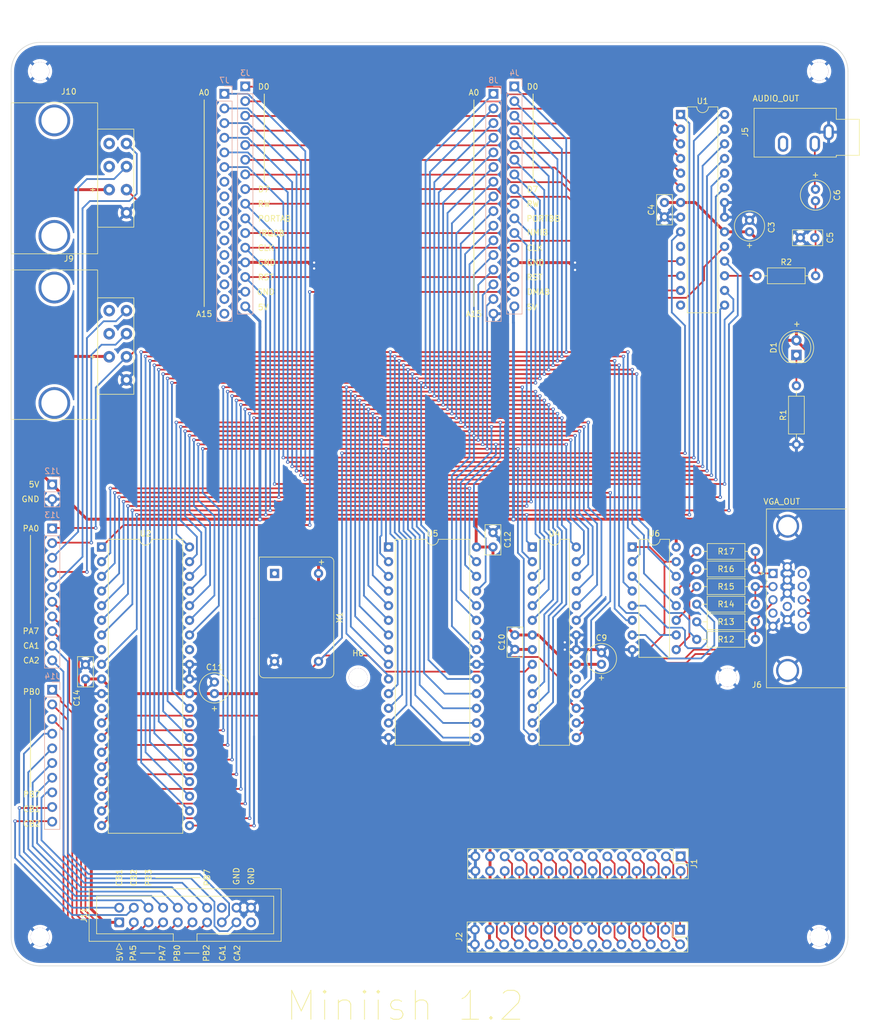
<source format=kicad_pcb>
(kicad_pcb (version 20201116) (generator pcbnew)
  (layers (0 "F.Cu" signal) (31 "B.Cu" signal) (34 "B.Paste" user) (35 "F.Paste" user) (36 "B.SilkS" user "B.Silkscreen") (37 "F.SilkS" user "F.Silkscreen") (38 "B.Mask" user) (39 "F.Mask" user) (44 "Edge.Cuts" user))
  (net 0 "")
  (net 1 "GND")
  (net 2 "+5V")
  (net 3 "Net-(C5-Pad1)")
  (net 4 "Net-(C6-Pad1)")
  (net 5 "/DA0")
  (net 6 "Net-(J1-Pad1)")
  (net 7 "Net-(D1-Pad1)")
  (net 8 "RESET")
  (net 9 "/CLOCK")
  (net 10 "/DA1")
  (net 11 "/RW")
  (net 12 "/DA2")
  (net 13 "/DA3")
  (net 14 "/DA4")
  (net 15 "/DA5")
  (net 16 "/DA6")
  (net 17 "/DA7")
  (net 18 "/PORTAB")
  (net 19 "/DB0")
  (net 20 "/NMIB")
  (net 21 "/DB1")
  (net 22 "/DB2")
  (net 23 "/DB3")
  (net 24 "/DB4")
  (net 25 "/DB5")
  (net 26 "/DB6")
  (net 27 "/DB7")
  (net 28 "/PORTBB")
  (net 29 "/DMAB")
  (net 30 "VSYNC")
  (net 31 "HSYNC")
  (net 32 "BLUE")
  (net 33 "GREEN")
  (net 34 "RED")
  (net 35 "/AA0")
  (net 36 "/AA1")
  (net 37 "/AA2")
  (net 38 "/AA3")
  (net 39 "/AA4")
  (net 40 "/AA5")
  (net 41 "AUDIO")
  (net 42 "Net-(R12-Pad2)")
  (net 43 "Net-(R13-Pad2)")
  (net 44 "Net-(R14-Pad2)")
  (net 45 "Net-(R15-Pad2)")
  (net 46 "Net-(R16-Pad2)")
  (net 47 "Net-(R17-Pad2)")
  (net 48 "Net-(J1-Pad3)")
  (net 49 "Net-(J1-Pad5)")
  (net 50 "Net-(J1-Pad7)")
  (net 51 "CLOCK2")
  (net 52 "Net-(J1-Pad9)")
  (net 53 "Net-(J1-Pad11)")
  (net 54 "VBLANK")
  (net 55 "WRAM")
  (net 56 "Net-(J1-Pad13)")
  (net 57 "Net-(J1-Pad15)")
  (net 58 "Net-(J1-Pad17)")
  (net 59 "HLINE")
  (net 60 "Net-(J1-Pad19)")
  (net 61 "Net-(J1-Pad21)")
  (net 62 "Net-(J1-Pad22)")
  (net 63 "Net-(J1-Pad23)")
  (net 64 "Net-(J1-Pad25)")
  (net 65 "/IRQ0B")
  (net 66 "Net-(J1-Pad26)")
  (net 67 "Net-(J1-Pad24)")
  (net 68 "Net-(J1-Pad20)")
  (net 69 "Net-(J1-Pad18)")
  (net 70 "Net-(J1-Pad16)")
  (net 71 "Net-(J1-Pad12)")
  (net 72 "Net-(J1-Pad10)")
  (net 73 "Net-(J1-Pad8)")
  (net 74 "Net-(J1-Pad6)")
  (net 75 "Net-(J1-Pad4)")
  (net 76 "Net-(J1-Pad2)")
  (net 77 "JP_LATCH1")
  (net 78 "JP_CLOCK")
  (net 79 "JP_DATA1")
  (net 80 "JP_LATCH2")
  (net 81 "JP_DATA2")
  (net 82 "LCD_D2")
  (net 83 "LCD_D1")
  (net 84 "LCD_D7")
  (net 85 "LCD_D0")
  (net 86 "LCD_D6")
  (net 87 "LCD_EN")
  (net 88 "LCD_D5")
  (net 89 "LCD_RW")
  (net 90 "LCD_D4")
  (net 91 "LCD_RS")
  (net 92 "LCD_D3")
  (net 93 "CB1")
  (net 94 "CB2")
  (net 95 "CA2")
  (net 96 "CA1")
  (net 97 "/AB0")
  (net 98 "/AB1")
  (net 99 "/AB2")
  (net 100 "/AB3")
  (net 101 "/AB4")
  (net 102 "/AB5")
  (net 103 "/AB6")
  (net 104 "/AB7")
  (net 105 "/AB8")
  (net 106 "/AB9")
  (net 107 "/AB10")
  (net 108 "/AB11")
  (net 109 "/AB12")
  (net 110 "/AB13")
  (net 111 "/AB14")
  (footprint "Resistor_THT:R_Axial_DIN0207_L6.3mm_D2.5mm_P10.16mm_Horizontal" (layer "F.Cu") (at 153.924 126.492 180)
    (fp_text reference "R13")
    (fp_text value "680")
  )
  (footprint "MountingHole:MountingHole_3.2mm_M3" (layer "F.Cu") (at 29.973 181.102)
    (fp_text reference "H3")
    (fp_text value "MountingHole_Pad")
  )
  (footprint "Package_DIP:DIP-28_W7.62mm" (layer "F.Cu") (at 140.97 38.608)
    (fp_text reference "U1")
    (fp_text value "ATmega328P-PU")
  )
  (footprint "Connector_PinHeader_2.54mm:PinHeader_2x15_P2.54mm_Vertical" (layer "F.Cu") (at 140.88 179.832 -90)
    (fp_text reference "J2")
    (fp_text value "ROM")
  )
  (footprint "Capacitor_THT:C_Radial_D5.0mm_H11.0mm_P2.00mm" (layer "F.Cu") (at 127.254 133.858 90)
    (fp_text reference "C9")
    (fp_text value "10uF")
  )
  (footprint "Capacitor_THT:C_Disc_D5.0mm_W2.5mm_P2.50mm" (layer "F.Cu") (at 112.268 128.778 -90)
    (fp_text reference "C10")
    (fp_text value "100nF")
  )
  (footprint "Resistor_THT:R_Axial_DIN0207_L6.3mm_D2.5mm_P10.16mm_Horizontal" (layer "F.Cu") (at 153.924 117.348 180)
    (fp_text reference "R16")
    (fp_text value "1.5K")
  )
  (footprint "Connector_PinHeader_2.54mm:PinHeader_2x15_P2.54mm_Vertical" (layer "F.Cu") (at 140.97 167.132 -90)
    (fp_text reference "J1")
    (fp_text value "CARTDRIGE")
  )
  (footprint "Oscillator:Oscillator_DIP-14" (layer "F.Cu") (at 70.612 118.11 -90)
    (fp_text reference "X1")
    (fp_text value "ACO-20MHz")
  )
  (footprint "LED_THT:LED_D5.0mm" (layer "F.Cu") (at 161.036 80.264 90)
    (fp_text reference "D1")
    (fp_text value "LED")
  )
  (footprint "Resistor_THT:R_Axial_DIN0207_L6.3mm_D2.5mm_P10.16mm_Horizontal" (layer "F.Cu") (at 153.924 123.444 180)
    (fp_text reference "R14")
    (fp_text value "1.5K")
  )
  (footprint "Resistor_THT:R_Axial_DIN0207_L6.3mm_D2.5mm_P10.16mm_Horizontal" (layer "F.Cu") (at 153.924 120.396 180)
    (fp_text reference "R15")
    (fp_text value "680")
  )
  (footprint "Package_DIP:DIP-28_W7.62mm" (layer "F.Cu") (at 115.276 113.538)
    (fp_text reference "U4")
    (fp_text value "ATmega328P-PU")
  )
  (footprint "Resistor_THT:R_Axial_DIN0207_L6.3mm_D2.5mm_P10.16mm_Horizontal" (layer "F.Cu") (at 153.924 114.3 180)
    (fp_text reference "R17")
    (fp_text value "680")
  )
  (footprint "Package_DIP:DIP-40_W15.24mm" (layer "F.Cu") (at 40.64 113.538)
    (fp_text reference "U2")
    (fp_text value "ATmega1284P-PU")
  )
  (footprint "Connector_TheRLab:NES_JoyPad" (layer "F.Cu") (at 44.958 55.626)
    (fp_text reference "J10")
    (fp_text value "JOYPAD2")
  )
  (footprint "MountingHole:MountingHole_3.2mm_M3" (layer "F.Cu") (at 164.973 181.102)
    (fp_text reference "H4")
    (fp_text value "MountingHole_Pad")
  )
  (footprint "Connector_Audio:Jack_3.5mm_CUI_SJ1-3533NG_Horizontal" (layer "F.Cu") (at 166.624 41.656 -90)
    (fp_text reference "J5")
    (fp_text value "AUDIO_OUT")
  )
  (footprint "Capacitor_THT:C_Disc_D5.0mm_W2.5mm_P2.50mm" (layer "F.Cu") (at 164.219321 59.954905 180)
    (fp_text reference "C5")
    (fp_text value "100nF")
  )
  (footprint "Capacitor_THT:C_Radial_D5.0mm_H11.0mm_P2.00mm" (layer "F.Cu") (at 164.338 51.562 -90)
    (fp_text reference "C6")
    (fp_text value "10uF")
  )
  (footprint "MountingHole:MountingHole_3.2mm_M3" (layer "F.Cu") (at 85.09 136.144)
    (fp_text reference "H6")
    (fp_text value "MountingHole_Pad")
  )
  (footprint "Capacitor_THT:C_Disc_D5.0mm_W2.5mm_P2.50mm" (layer "F.Cu") (at 138.176 53.848 -90)
    (fp_text reference "C4")
    (fp_text value "100nF")
  )
  (footprint "Resistor_THT:R_Axial_DIN0207_L6.3mm_D2.5mm_P10.16mm_Horizontal" (layer "F.Cu") (at 154.200401 66.548)
    (fp_text reference "R2")
    (fp_text value "1K")
  )
  (footprint "Connector_Dsub:DSUB-15-HD_Female_Horizontal_P2.29x1.98mm_EdgePinOffset8.35mm_Housed_MountingHolesOffset10.89mm" (layer "F.Cu") (at 157.48 118.11 90)
    (fp_text reference "J6")
    (fp_text value "VGA_OUT")
  )
  (footprint "Capacitor_THT:C_Disc_D5.0mm_W2.5mm_P2.50mm" (layer "F.Cu") (at 108.458 113.538 90)
    (fp_text reference "C12")
    (fp_text value "100nF")
  )
  (footprint "Resistor_THT:R_Axial_DIN0207_L6.3mm_D2.5mm_P10.16mm_Horizontal" (layer "F.Cu") (at 161.036 85.598 -90)
    (fp_text reference "R1")
    (fp_text value "220")
  )
  (footprint "MountingHole:MountingHole_3.2mm_M3" (layer "F.Cu") (at 149.098 136.144)
    (fp_text reference "H5")
    (fp_text value "MountingHole_Pad")
  )
  (footprint "Connector_IDC:IDC-Header_2x10_P2.54mm_Vertical" (layer "F.Cu") (at 43.688 178.562 90)
    (fp_text reference "J11")
    (fp_text value "LCD")
  )
  (footprint "Capacitor_THT:C_Radial_D5.0mm_H11.0mm_P2.00mm" (layer "F.Cu") (at 152.908 58.928 90)
    (fp_text reference "C3")
    (fp_text value "10uF")
  )
  (footprint "Package_DIP:DIP-28_W15.24mm" (layer "F.Cu") (at 90.364 113.538)
    (fp_text reference "U5")
    (fp_text value "AS6C62256")
  )
  (footprint "Connector_TheRLab:NES_JoyPad" (layer "F.Cu") (at 44.958 84.582)
    (fp_text reference "J9")
    (fp_text value "JOYPAD1")
  )
  (footprint "Resistor_THT:R_Axial_DIN0207_L6.3mm_D2.5mm_P10.16mm_Horizontal" (layer "F.Cu") (at 153.924 129.54 180)
    (fp_text reference "R12")
    (fp_text value "1.5K")
  )
  (footprint "MountingHole:MountingHole_3.2mm_M3" (layer "F.Cu") (at 29.973 31.102)
    (fp_text reference "H2")
    (fp_text value "MountingHole_Pad")
  )
  (footprint "Capacitor_THT:C_Radial_D5.0mm_H11.0mm_P2.00mm" (layer "F.Cu") (at 60.198 138.938 90)
    (fp_text reference "C11")
    (fp_text value "10uF")
  )
  (footprint "Package_DIP:DIP-16_W7.62mm" (layer "F.Cu") (at 132.588 113.538)
    (fp_text reference "U6")
    (fp_text value "74HC365")
  )
  (footprint "Capacitor_THT:C_Disc_D5.0mm_W2.5mm_P2.50mm" (layer "F.Cu") (at 37.846 136.398 90)
    (fp_text reference "C14")
    (fp_text value "100nF")
  )
  (footprint "MountingHole:MountingHole_3.2mm_M3" (layer "F.Cu") (at 164.973 31.102)
    (fp_text reference "H1")
    (fp_text value "MountingHole_Pad")
  )
  (footprint "Connector_PinHeader_2.54mm:PinHeader_1x16_P2.54mm_Vertical" (layer "B.Cu") (at 65.532 33.741 180)
    (fp_text reference "J3")
    (fp_text value "ISA00")
  )
  (footprint "Connector_PinHeader_2.54mm:PinHeader_1x16_P2.54mm_Vertical" (layer "B.Cu") (at 61.917 35.011 180)
    (fp_text reference "J7")
    (fp_text value "ISA01")
  )
  (footprint "Connector_PinHeader_2.54mm:PinHeader_1x16_P2.54mm_Vertical" (layer "B.Cu") (at 112.1664 33.741 180)
    (fp_text reference "J4")
    (fp_text value "ISA10")
  )
  (footprint "Connector_PinHeader_2.54mm:PinHeader_1x10_P2.54mm_Vertical" (layer "B.Cu") (at 32.081843 138.262 180)
    (fp_text reference "J14")
    (fp_text value "PB")
  )
  (footprint "Connector_PinHeader_2.54mm:PinHeader_1x10_P2.54mm_Vertical" (layer "B.Cu") (at 32.081843 110.322 180)
    (fp_text reference "J13")
    (fp_text value "PA")
  )
  (footprint "Connector_PinHeader_2.54mm:PinHeader_1x02_P2.54mm_Vertical" (layer "B.Cu") (at 32.081843 102.702 180)
    (fp_text reference "J12")
    (fp_text value "POWER")
  )
  (footprint "Connector_PinHeader_2.54mm:PinHeader_1x16_P2.54mm_Vertical" (layer "B.Cu") (at 108.536843 35.011 180)
    (fp_text reference "J8")
    (fp_text value "ISA11")
  )
  (gr_line (start 28.321 111.506) (end 28.321 126.746) (layer "F.SilkS") (width 0.15))
  (gr_line (start 50.038 170.815) (end 57.658 170.815) (layer "F.SilkS") (width 0.15))
  (gr_line (start 28.321 139.882) (end 28.321 155.122) (layer "F.SilkS") (width 0.15))
  (gr_line (start 47.371 183.896) (end 49.911 183.896) (layer "F.SilkS") (width 0.15))
  (gr_line (start 54.991 183.896) (end 57.531 183.896) (layer "F.SilkS") (width 0.15))
  (gr_line (start 58.42 36.068) (end 58.42 71.882) (layer "F.SilkS") (width 0.15))
  (gr_line (start 105.156 36.068) (end 105.156 71.882) (layer "F.SilkS") (width 0.15))
  (gr_line (start 68.834 35.052) (end 68.834 50.292) (layer "F.SilkS") (width 0.15))
  (gr_line (start 115.411143 35.052) (end 115.411143 50.292) (layer "F.SilkS") (width 0.15))
  (gr_line (start 24.973 181.102) (end 24.973 31.102) (layer "Edge.Cuts") (width 0.1))
  (gr_line (start 29.973 26.102) (end 164.973 26.102) (layer "Edge.Cuts") (width 0.1))
  (gr_line (start 29.973 186.102) (end 164.973 186.102) (layer "Edge.Cuts") (width 0.1))
  (gr_arc (start 29.973 181.102) (end 29.973 186.102) (angle 90) (layer "Edge.Cuts") (width 0.1))
  (gr_line (start 169.973 31.102) (end 169.973 181.102) (layer "Edge.Cuts") (width 0.1))
  (gr_arc (start 29.973 31.102) (end 24.973 31.102) (angle 90) (layer "Edge.Cuts") (width 0.1))
  (gr_arc (start 164.973 31.102) (end 169.973 31.102) (angle -90) (layer "Edge.Cuts") (width 0.1))
  (gr_arc (start 164.973 181.102) (end 169.973 181.102) (angle 90) (layer "Edge.Cuts") (width 0.1))
  (gr_text "CLK" (at 69.13581 61.722) (layer "F.SilkS") (effects (font (size 1 1))))
  (gr_text "D7" (at 115.316 51.562) (layer "F.SilkS") (effects (font (size 1 1))))
  (gr_text "GND" (at 115.832 64.262) (layer "F.SilkS") (effects (font (size 1 1))))
  (gr_text "NMIB" (at 116.174996 59.039285) (layer "F.SilkS") (effects (font (size 1 1))))
  (gr_text "PORTAB" (at 70.612 56.642) (layer "F.SilkS") (effects (font (size 1 1))))
  (gr_text "DMAB" (at 116.332 69.342) (layer "F.SilkS") (effects (font (size 1 1))))
  (gr_text "A0" (at 58.42 34.798) (layer "F.SilkS") (effects (font (size 1 1))))
  (gr_text "+" (at 78.74 116.078) (layer "F.SilkS") (effects (font (size 1 1))))
  (gr_text "D0" (at 68.738857 33.782) (layer "F.SilkS") (effects (font (size 1 1))))
  (gr_text "PB7" (at 58.928 170.815 90) (layer "F.SilkS") (effects (font (size 1 1))))
  (gr_text "CA1" (at 28.466843 130.642) (layer "F.SilkS") (effects (font (size 1 1))))
  (gr_text "PA7" (at 28.395415 128.102) (layer "F.SilkS") (effects (font (size 1 1))))
  (gr_text "CA2" (at 28.466843 133.182) (layer "F.SilkS") (effects (font (size 1 1))))
  (gr_text "Miniish 1.2" (at 93.218 193.04) (layer "F.SilkS") (effects (font (size 5 5))))
  (gr_text "PB0" (at 28.526843 138.612) (layer "F.SilkS") (effects (font (size 1 1))))
  (gr_text "PA7" (at 51.181 183.896 90) (layer "F.SilkS") (effects (font (size 1 1))))
  (gr_text "PA0" (at 28.395415 110.322) (layer "F.SilkS") (effects (font (size 1 1))))
  (gr_text "RW" (at 115.379619 54.102) (layer "F.SilkS") (effects (font (size 1 1))))
  (gr_text "+" (at 60.198 141.478) (layer "F.SilkS") (effects (font (size 1 1))))
  (gr_text "+" (at 39.116 51.562) (layer "F.SilkS") (effects (font (size 1 1))))
  (gr_text "RW" (at 68.802476 54.102) (layer "F.SilkS") (effects (font (size 1 1))))
  (gr_text "A0" (at 105.156 34.798) (layer "F.SilkS") (effects (font (size 1 1))))
  (gr_text "PB3" (at 48.768 170.815 90) (layer "F.SilkS") (effects (font (size 1 1))))
  (gr_text "+" (at 164.338 49.022) (layer "F.SilkS") (effects (font (size 1 1))))
  (gr_text "PB7" (at 28.526843 156.392) (layer "F.SilkS") (effects (font (size 1 1))))
  (gr_text "GND" (at 64.008 170.561 90) (layer "F.SilkS") (effects (font (size 1 1))))
  (gr_text "+" (at 161.036 74.93 90) (layer "F.SilkS") (effects (font (size 1 1))))
  (gr_text "D0" (at 115.316 33.782) (layer "F.SilkS") (effects (font (size 1 1))))
  (gr_text "GND" (at 28.316843 105.242) (layer "F.SilkS") (effects (font (size 1 1))))
  (gr_text "5V" (at 28.935891 102.702) (layer "F.SilkS") (effects (font (size 1 1))))
  (gr_text "+" (at 152.908 61.214) (layer "F.SilkS") (effects (font (size 1 1))))
  (gr_text "PORTBB" (at 117.189143 56.642) (layer "F.SilkS") (effects (font (size 1 1))))
  (gr_text "PB0" (at 53.721 183.896 90) (layer "F.SilkS") (effects (font (size 1 1))))
  (gr_text "CB2" (at 28.526843 161.472) (layer "F.SilkS") (effects (font (size 1 1))))
  (gr_text "CA1" (at 61.595 183.896 90) (layer "F.SilkS") (effects (font (size 1 1))))
  (gr_text "IRQ0B" (at 70.104 59.182) (layer "F.SilkS") (effects (font (size 1 1))))
  (gr_text "PA5" (at 46.101 183.896 90) (layer "F.SilkS") (effects (font (size 1 1))))
  (gr_text "PB2" (at 58.801 183.896 90) (layer "F.SilkS") (effects (font (size 1 1))))
  (gr_text "5V" (at 68.63581 72) (layer "F.SilkS") (effects (font (size 1 1))))
  (gr_text "D7" (at 68.738857 51.562) (layer "F.SilkS") (effects (font (size 1 1))))
  (gr_text "RST" (at 115.665334 66.802) (layer "F.SilkS") (effects (font (size 1 1))))
  (gr_text "+" (at 127.254 136.144) (layer "F.SilkS") (effects (font (size 1 1))))
  (gr_text "RST" (at 69.088191 66.802) (layer "F.SilkS") (effects (font (size 1 1))))
  (gr_text "5V" (at 115.212953 72) (layer "F.SilkS") (effects (font (size 1 1))))
  (gr_text "5V" (at 43.815 184.404 90) (layer "F.SilkS") (effects (font (size 1 1))))
  (gr_text "GND" (at 66.548 170.561 90) (layer "F.SilkS") (effects (font (size 1 1))))
  (gr_text "CLK" (at 115.712953 61.722) (layer "F.SilkS") (effects (font (size 1 1))))
  (gr_text "CB2" (at 46.228 170.815 90) (layer "F.SilkS") (effects (font (size 1 1))))
  (gr_text "CB1" (at 43.688 170.815 90) (layer "F.SilkS") (effects (font (size 1 1))))
  (gr_text "CA2" (at 64.135 183.896 90) (layer "F.SilkS") (effects (font (size 1 1))))
  (gr_text "GND" (at 69.254857 64.262) (layer "F.SilkS") (effects (font (size 1 1))))
  (gr_text "A15" (at 58.42 73.152) (layer "F.SilkS") (effects (font (size 1 1))))
  (gr_text "GND" (at 69.088 69.342) (layer "F.SilkS") (effects (font (size 1 1))))
  (gr_text "+" (at 39.116 80.518) (layer "F.SilkS") (effects (font (size 1 1))))
  (gr_text "CB1" (at 28.526843 158.932) (layer "F.SilkS") (effects (font (size 1 1))))
  (gr_text "A15" (at 105.156 73.152) (layer "F.SilkS") (effects (font (size 1 1))))
  (segment (start 122.682 65.532) (end 122.682 64.262) (width 0.5) (layer "F.Cu") (net 1))
  (segment (start 121.666 64.262) (end 112.2074 64.262) (width 0.5) (layer "F.Cu") (net 1))
  (segment (start 77.429 64.221) (end 77.47 64.262) (width 0.5) (layer "F.Cu") (net 1))
  (segment (start 112.2074 64.262) (end 112.1664 64.221) (width 0.5) (layer "F.Cu") (net 1))
  (segment (start 76.241 64.221) (end 77.429 64.221) (width 0.5) (layer "F.Cu") (net 1))
  (segment (start 65.532 64.221) (end 76.241 64.221) (width 0.5) (layer "F.Cu") (net 1))
  (segment (start 77.47 65.278) (end 76.413 64.221) (width 0.5) (layer "F.Cu") (net 1))
  (segment (start 122.682 65.278) (end 121.666 64.262) (width 0.5) (layer "F.Cu") (net 1))
  (segment (start 122.682 65.532) (end 122.682 65.278) (width 0.5) (layer "F.Cu") (net 1))
  (segment (start 120.904 130.048) (end 120.904 131.318) (width 0.5) (layer "F.Cu") (net 1))
  (segment (start 122.896 131.318) (end 126.714 131.318) (width 0.5) (layer "F.Cu") (net 1))
  (segment (start 122.682 64.262) (end 121.666 64.262) (width 0.5) (layer "F.Cu") (net 1))
  (segment (start 112.268 131.278) (end 115.236 131.278) (width 0.5) (layer "F.Cu") (net 1))
  (segment (start 120.904 131.318) (end 122.896 131.318) (width 0.5) (layer "F.Cu") (net 1))
  (segment (start 126.714 131.318) (end 127.254 131.858) (width 0.5) (layer "F.Cu") (net 1))
  (segment (start 115.236 131.278) (end 115.276 131.318) (width 0.5) (layer "F.Cu") (net 1))
  (segment (start 76.413 64.221) (end 76.241 64.221) (width 0.5) (layer "F.Cu") (net 1))
  (segment (start 77.47 65.278) (end 77.47 64.262) (width 0.5) (layer "F.Cu") (net 1))
  (via (at 77.47 65.278) (size 0.8) (drill 0.4) (layers "F.Cu" "B.Cu") (net 1))
  (via (at 122.682 64.262) (size 0.8) (drill 0.4) (layers "F.Cu" "B.Cu") (net 1))
  (via (at 122.682 65.532) (size 0.8) (drill 0.4) (layers "F.Cu" "B.Cu") (net 1))
  (via (at 120.904 130.048) (size 0.8) (drill 0.4) (layers "F.Cu" "B.Cu") (net 1))
  (via (at 77.47 64.262) (size 0.8) (drill 0.4) (layers "F.Cu" "B.Cu") (net 1))
  (via (at 120.904 131.318) (size 0.8) (drill 0.4) (layers "F.Cu" "B.Cu") (net 1))
  (segment (start 138.176 56.348) (end 140.93 56.348) (width 0.5) (layer "B.Cu") (net 1))
  (segment (start 112.014 108.712) (end 150.876 108.712) (width 0.5) (layer "F.Cu") (net 2))
  (segment (start 150.876 108.712) (end 151.892 107.696) (width 0.5) (layer "F.Cu") (net 2))
  (segment (start 168.148 84.836) (end 161.036 77.724) (width 0.5) (layer "F.Cu") (net 2))
  (segment (start 32.081843 102.702) (end 26.67 97.290157) (width 0.5) (layer "F.Cu") (net 2))
  (segment (start 116.332 128.778) (end 121.412 133.858) (width 0.5) (layer "F.Cu") (net 2))
  (segment (start 148.59 58.928) (end 152.908 58.928) (width 0.5) (layer "F.Cu") (net 2))
  (segment (start 55.88 138.938) (end 60.198 138.938) (width 0.5) (layer "F.Cu") (net 2))
  (segment (start 40.64 136.398) (end 43.18 138.938) (width 0.5) (layer "F.Cu") (net 2))
  (segment (start 69.088 138.938) (end 60.198 138.938) (width 0.5) (layer "F.Cu") (net 2))
  (segment (start 43.18 138.938) (end 55.88 138.938) (width 0.5) (layer "F.Cu") (net 2))
  (segment (start 26.67 97.290157) (end 26.67 80.518) (width 0.5) (layer "F.Cu") (net 2))
  (segment (start 107.86 179.832) (end 107.86 182.372) (width 0.5) (layer "F.Cu") (net 2))
  (segment (start 166.116 162.56) (end 168.148 160.528) (width 0.5) (layer "F.Cu") (net 2))
  (segment (start 107.95 174.154) (end 107.95 179.742) (width 0.5) (layer "F.Cu") (net 2))
  (segment (start 31.178 51.626) (end 26.67 56.134) (width 0.5) (layer "F.Cu") (net 2))
  (segment (start 105.604 113.538) (end 108.458 113.538) (width 0.5) (layer "F.Cu") (net 2))
  (segment (start 105.544 108.712) (end 78.994 108.712) (width 0.5) (layer "F.Cu") (net 2))
  (segment (start 78.994 108.712) (end 68.072 108.712) (width 0.5) (layer "F.Cu") (net 2))
  (segment (start 151.892 81.534) (end 155.702 77.724) (width 0.5) (layer "F.Cu") (net 2))
  (segment (start 38.862 176.276) (end 41.148 178.562) (width 0.5) (layer "F.Cu") (net 2))
  (segment (start 38.091843 108.712) (end 32.081843 102.702) (width 0.5) (layer "F.Cu") (net 2))
  (segment (start 161.036 67.056) (end 161.036 77.724) (width 0.5) (layer "F.Cu") (net 2))
  (segment (start 112.014 108.712) (end 105.544 108.712) (width 0.5) (layer "F.Cu") (net 2))
  (segment (start 107.95 169.672) (end 107.95 174.154) (width 0.5) (layer "F.Cu") (net 2))
  (segment (start 41.148 178.562) (end 43.688 178.562) (width 0.5) (layer "F.Cu") (net 2))
  (segment (start 41.894 80.518) (end 26.67 80.518) (width 0.5) (layer "F.Cu") (net 2))
  (segment (start 112.2074 71.882) (end 112.1664 71.841) (width 0.3) (layer "F.Cu") (net 2))
  (segment (start 140.208 108.832) (end 140.208 113.538) (width 0.5) (layer "F.Cu") (net 2))
  (segment (start 105.544 113.478) (end 105.544 108.832) (width 0.5) (layer "F.Cu") (net 2))
  (segment (start 41.958 80.582) (end 41.894 80.518) (width 0.5) (layer "F.Cu") (net 2))
  (segment (start 41.958 51.626) (end 31.178 51.626) (width 0.5) (layer "F.Cu") (net 2))
  (segment (start 140.97 53.848) (end 143.51 53.848) (width 0.5) (layer "F.Cu") (net 2))
  (segment (start 68.072 108.712) (end 38.091843 108.712) (width 0.5) (layer "F.Cu") (net 2))
  (segment (start 107.95 167.132) (end 107.95 169.672) (width 0.5) (layer "F.Cu") (net 2))
  (segment (start 158.242 77.724) (end 161.036 77.724) (width 0.5) (layer "F.Cu") (net 2))
  (segment (start 78.232 108.712) (end 78.232 118.11) (width 0.5) (layer "F.Cu") (net 2))
  (segment (start 37.846 139.7) (end 38.862 140.716) (width 0.5) (layer "F.Cu") (net 2))
  (segment (start 160.909 77.597) (end 161.036 77.724) (width 0.5) (layer "F.Cu") (net 2))
  (segment (start 107.95 179.742) (end 107.86 179.832) (width 0.5) (layer "F.Cu") (net 2))
  (segment (start 115.276 128.778) (end 116.332 128.778) (width 0.5) (layer "F.Cu") (net 2))
  (segment (start 143.51 53.848) (end 148.59 58.928) (width 0.5) (layer "F.Cu") (net 2))
  (segment (start 105.604 113.538) (end 105.544 113.478) (width 0.5) (layer "F.Cu") (net 2))
  (segment (start 78.232 118.11) (end 78.232 129.794) (width 0.5) (layer "F.Cu") (net 2))
  (segment (start 107.95 164.592) (end 109.982 162.56) (width 0.5) (layer "F.Cu") (net 2))
  (segment (start 112.268 128.778) (end 115.276 128.778) (width 0.5) (layer "F.Cu") (net 2))
  (segment (start 38.862 140.716) (end 38.862 176.276) (width 0.5) (layer "F.Cu") (net 2))
  (segment (start 37.846 136.398) (end 40.64 136.398) (width 0.5) (layer "F.Cu") (net 2))
  (segment (start 108.458 113.538) (end 108.458 124.968) (width 0.5) (layer "F.Cu") (net 2))
  (segment (start 108.458 124.968) (end 112.268 128.778) (width 0.5) (layer "F.Cu") (net 2))
  (segment (start 109.982 162.56) (end 166.116 162.56) (width 0.5) (layer "F.Cu") (net 2))
  (segment (start 107.95 164.592) (end 107.95 167.132) (width 0.5) (layer "F.Cu") (net 2))
  (segment (start 138.176 53.848) (end 140.97 53.848) (width 0.5) (layer "F.Cu") (net 2))
  (segment (start 78.232 129.794) (end 69.088 138.938) (width 0.5) (layer "F.Cu") (net 2))
  (segment (start 121.412 133.858) (end 122.896 133.858) (width 0.5) (layer "F.Cu") (net 2))
  (segment (start 152.908 58.928) (end 161.036 67.056) (width 0.5) (layer "F.Cu") (net 2))
  (segment (start 37.846 136.398) (end 37.846 139.7) (width 0.5) (layer "F.Cu") (net 2))
  (segment (start 151.892 107.696) (end 151.892 81.534) (width 0.5) (layer "F.Cu") (net 2))
  (segment (start 168.148 160.528) (end 168.148 84.836) (width 0.5) (layer "F.Cu") (net 2))
  (segment (start 26.67 56.134) (end 26.67 80.518) (width 0.5) (layer "F.Cu") (net 2))
  (segment (start 155.702 77.724) (end 158.242 77.724) (width 0.5) (layer "F.Cu") (net 2))
  (segment (start 160.147 77.724) (end 161.036 77.724) (width 0.5) (layer "F.Cu") (net 2))
  (segment (start 122.896 133.858) (end 127.254 133.858) (width 0.5) (layer "F.Cu") (net 2))
  (via (at 68.072 108.712) (size 0.8) (drill 0.4) (layers "F.Cu" "B.Cu") (net 2))
  (via (at 112.014 108.712) (size 0.8) (drill 0.4) (layers "F.Cu" "B.Cu") (net 2))
  (segment (start 112.1664 71.841) (end 112 72.0074) (width 0.5) (layer "B.Cu") (net 2))
  (segment (start 68.072 74.428) (end 68.072 75.438) (width 0.5) (layer "B.Cu") (net 2))
  (segment (start 65.532 71.841) (end 65.532 71.888) (width 0.5) (layer "B.Cu") (net 2))
  (segment (start 68.072 75.438) (end 68.072 108.712) (width 0.5) (layer "B.Cu") (net 2))
  (segment (start 112 74.662) (end 112.014 74.676) (width 0.5) (layer "B.Cu") (net 2))
  (segment (start 32.081843 102.702) (end 32.004 102.624157) (width 0.5) (layer "B.Cu") (net 2))
  (segment (start 65.532 71.888) (end 68.072 74.428) (width 0.5) (layer "B.Cu") (net 2))
  (segment (start 112.014 74.676) (end 112.014 108.712) (width 0.5) (layer "B.Cu") (net 2))
  (segment (start 112 72.0074) (end 112 74.662) (width 0.5) (layer "B.Cu") (net 2))
  (segment (start 164.219321 59.954905) (end 164.360401 60.095985) (width 0.3) (layer "F.Cu") (net 3))
  (segment (start 164.338 53.562) (end 164.338 59.836226) (width 0.3) (layer "F.Cu") (net 3))
  (segment (start 164.338 59.836226) (end 164.219321 59.954905) (width 0.3) (layer "F.Cu") (net 3))
  (segment (start 164.360401 60.095985) (end 164.360401 66.548) (width 0.3) (layer "F.Cu") (net 3))
  (segment (start 164.224 43.656) (end 164.224 51.448) (width 0.3) (layer "F.Cu") (net 4))
  (segment (start 134.874 35.052) (end 140.97 41.148) (width 0.3) (layer "F.Cu") (net 5))
  (segment (start 65.517614 33.782) (end 109.670002 33.782) (width 0.3) (layer "F.Cu") (net 5))
  (segment (start 109.670002 33.782) (end 110.969001 35.080999) (width 0.3) (layer "F.Cu") (net 5))
  (segment (start 113.595998 35.052) (end 134.874 35.052) (width 0.3) (layer "F.Cu") (net 5))
  (segment (start 110.969001 35.080999) (end 113.566999 35.080999) (width 0.3) (layer "F.Cu") (net 5))
  (segment (start 113.566999 35.080999) (end 113.595998 35.052) (width 0.3) (layer "F.Cu") (net 5))
  (segment (start 142.24 168.402) (end 142.24 172.974) (width 0.3) (layer "F.Cu") (net 6))
  (segment (start 140.97 167.132) (end 142.24 168.402) (width 0.3) (layer "F.Cu") (net 6))
  (segment (start 140.88 177.89) (end 142.24 176.53) (width 0.3) (layer "F.Cu") (net 6))
  (segment (start 140.88 177.89) (end 140.88 179.832) (width 0.3) (layer "F.Cu") (net 6))
  (segment (start 142.24 176.53) (end 142.24 172.974) (width 0.3) (layer "F.Cu") (net 6))
  (segment (start 142.24 172.974) (end 142.24 173.99) (width 0.3) (layer "F.Cu") (net 6))
  (segment (start 161.036 85.598) (end 161.036 80.264) (width 0.3) (layer "F.Cu") (net 7))
  (segment (start 46.736 107.95) (end 142.494 107.95) (width 0.3) (layer "F.Cu") (net 8))
  (segment (start 65.476614 66.761) (end 112.092843 66.761) (width 0.3) (layer "F.Cu") (net 8))
  (via (at 69.088 107.95) (size 0.6) (drill 0.3) (layers "F.Cu" "B.Cu") (net 8))
  (via (at 114.3 107.95) (size 0.6) (drill 0.3) (layers "F.Cu" "B.Cu") (net 8))
  (via (at 46.736 107.95) (size 0.6) (drill 0.3) (layers "F.Cu" "B.Cu") (net 8))
  (via (at 142.494 107.95) (size 0.6) (drill 0.3) (layers "F.Cu" "B.Cu") (net 8))
  (segment (start 115.316 113.498) (end 114.3 112.482) (width 0.3) (layer "B.Cu") (net 8))
  (segment (start 142.494 107.95) (end 142.494 40.132) (width 0.3) (layer "B.Cu") (net 8))
  (segment (start 46.736 127.762) (end 46.736 107.95) (width 0.3) (layer "B.Cu") (net 8))
  (segment (start 114.3 112.482) (end 114.3 107.95) (width 0.3) (layer "B.Cu") (net 8))
  (segment (start 67.31 68.594386) (end 69.088 70.372386) (width 0.3) (layer "B.Cu") (net 8))
  (segment (start 40.64 133.858) (end 46.736 127.762) (width 0.3) (layer "B.Cu") (net 8))
  (segment (start 142.494 40.132) (end 140.97 38.608) (width 0.3) (layer "B.Cu") (net 8))
  (segment (start 69.088 70.372386) (end 69.088 107.95) (width 0.3) (layer "B.Cu") (net 8))
  (segment (start 67.31 68.594386) (end 65.476614 66.761) (width 0.3) (layer "B.Cu") (net 8))
  (segment (start 69.85 107.188) (end 149.352 107.188) (width 0.3) (layer "F.Cu") (net 9))
  (segment (start 65.476614 61.681) (end 112.092843 61.681) (width 0.3) (layer "F.Cu") (net 9))
  (segment (start 69.85 107.188) (end 45.974 107.188) (width 0.3) (layer "F.Cu") (net 9))
  (via (at 45.974 107.188) (size 0.6) (drill 0.3) (layers "F.Cu" "B.Cu") (net 9))
  (via (at 149.352 107.188) (size 0.6) (drill 0.3) (layers "F.Cu" "B.Cu") (net 9))
  (via (at 69.85 107.188) (size 0.6) (drill 0.3) (layers "F.Cu" "B.Cu") (net 9))
  (segment (start 69.85 66.054386) (end 65.476614 61.681) (width 0.3) (layer "B.Cu") (net 9))
  (segment (start 69.85 107.188) (end 69.85 66.054386) (width 0.3) (layer "B.Cu") (net 9))
  (segment (start 150.876 73.406) (end 149.352 74.93) (width 0.3) (layer "B.Cu") (net 9))
  (segment (start 45.974 123.444) (end 45.974 107.188) (width 0.3) (layer "B.Cu") (net 9))
  (segment (start 150.876 66.294) (end 148.59 64.008) (width 0.3) (layer "B.Cu") (net 9))
  (segment (start 40.64 128.778) (end 45.974 123.444) (width 0.3) (layer "B.Cu") (net 9))
  (segment (start 150.876 73.406) (end 150.876 66.294) (width 0.3) (layer "B.Cu") (net 9))
  (segment (start 149.352 74.93) (end 149.352 107.188) (width 0.3) (layer "B.Cu") (net 9))
  (segment (start 110.998 37.592) (end 134.874 37.592) (width 0.3) (layer "F.Cu") (net 10))
  (segment (start 109.728 36.322) (end 110.998 37.592) (width 0.3) (layer "F.Cu") (net 10))
  (segment (start 65.517614 36.322) (end 109.728 36.322) (width 0.3) (layer "F.Cu") (net 10))
  (segment (start 134.874 37.592) (end 140.97 43.688) (width 0.3) (layer "F.Cu") (net 10))
  (segment (start 65.476614 54.061) (end 112.092843 54.061) (width 0.3) (layer "F.Cu") (net 11))
  (segment (start 43.688 104.902) (end 147.828 104.902) (width 0.3) (layer "F.Cu") (net 11))
  (via (at 43.688 104.902) (size 0.6) (drill 0.3) (layers "F.Cu" "B.Cu") (net 11))
  (via (at 147.828 104.902) (size 0.6) (drill 0.3) (layers "F.Cu" "B.Cu") (net 11))
  (via (at 71.374 104.902) (size 0.6) (drill 0.3) (layers "F.Cu" "B.Cu") (net 11))
  (segment (start 71.374 104.902) (end 71.374 59.958386) (width 0.3) (layer "B.Cu") (net 11))
  (segment (start 147.828 104.902) (end 147.828 72.39) (width 0.3) (layer "B.Cu") (net 11))
  (segment (start 43.688 118.11) (end 43.688 104.902) (width 0.3) (layer "B.Cu") (net 11))
  (segment (start 71.374 59.958386) (end 65.476614 54.061) (width 0.3) (layer "B.Cu") (net 11))
  (segment (start 40.64 121.158) (end 43.688 118.11) (width 0.3) (layer "B.Cu") (net 11))
  (segment (start 147.828 72.39) (end 148.59 71.628) (width 0.3) (layer "B.Cu") (net 11))
  (segment (start 110.969001 40.160999) (end 123.150757 40.160999) (width 0.3) (layer "F.Cu") (net 12))
  (segment (start 134.874 40.132) (end 140.97 46.228) (width 0.3) (layer "F.Cu") (net 12))
  (segment (start 123.179756 40.132) (end 134.874 40.132) (width 0.3) (layer "F.Cu") (net 12))
  (segment (start 109.670002 38.862) (end 110.969001 40.160999) (width 0.3) (layer "F.Cu") (net 12))
  (segment (start 123.150757 40.160999) (end 123.179756 40.132) (width 0.3) (layer "F.Cu") (net 12))
  (segment (start 65.517614 38.862) (end 109.670002 38.862) (width 0.3) (layer "F.Cu") (net 12))
  (segment (start 65.517614 41.402) (end 109.670002 41.402) (width 0.3) (layer "F.Cu") (net 13))
  (segment (start 109.670002 41.402) (end 110.969001 42.700999) (width 0.3) (layer "F.Cu") (net 13))
  (segment (start 110.969001 42.700999) (end 124.983637 42.700999) (width 0.3) (layer "F.Cu") (net 13))
  (segment (start 134.874 42.672) (end 140.97 48.768) (width 0.3) (layer "F.Cu") (net 13))
  (segment (start 125.012636 42.672) (end 134.874 42.672) (width 0.3) (layer "F.Cu") (net 13))
  (segment (start 124.983637 42.700999) (end 125.012636 42.672) (width 0.3) (layer "F.Cu") (net 13))
  (segment (start 134.902999 45.240999) (end 140.97 51.308) (width 0.3) (layer "F.Cu") (net 14))
  (segment (start 111.477001 45.240999) (end 134.902999 45.240999) (width 0.3) (layer "F.Cu") (net 14))
  (segment (start 110.178002 43.942) (end 111.477001 45.240999) (width 0.3) (layer "F.Cu") (net 14))
  (segment (start 65.517614 43.942) (end 110.178002 43.942) (width 0.3) (layer "F.Cu") (net 14))
  (segment (start 119.154999 47.780999) (end 111.516842 47.780999) (width 0.3) (layer "F.Cu") (net 15))
  (segment (start 135.382 64.008) (end 119.154999 47.780999) (width 0.3) (layer "F.Cu") (net 15))
  (segment (start 111.516842 47.780999) (end 110.217843 46.482) (width 0.3) (layer "F.Cu") (net 15))
  (segment (start 140.97 64.008) (end 135.382 64.008) (width 0.3) (layer "F.Cu") (net 15))
  (segment (start 110.217843 46.482) (end 65.517614 46.482) (width 0.3) (layer "F.Cu") (net 15))
  (segment (start 111.516842 50.320999) (end 110.217843 49.022) (width 0.3) (layer "F.Cu") (net 16))
  (segment (start 120.297999 50.320999) (end 111.516842 50.320999) (width 0.3) (layer "F.Cu") (net 16))
  (segment (start 110.217843 49.022) (end 65.517614 49.022) (width 0.3) (layer "F.Cu") (net 16))
  (segment (start 136.525 66.548) (end 120.297999 50.320999) (width 0.3) (layer "F.Cu") (net 16))
  (segment (start 140.97 66.548) (end 136.525 66.548) (width 0.3) (layer "F.Cu") (net 16))
  (segment (start 110.382844 52.860999) (end 109.042845 51.521) (width 0.3) (layer "F.Cu") (net 17))
  (segment (start 121.440999 52.860999) (end 110.382844 52.860999) (width 0.3) (layer "F.Cu") (net 17))
  (segment (start 140.97 69.088) (end 137.668 69.088) (width 0.3) (layer "F.Cu") (net 17))
  (segment (start 109.042845 51.521) (end 65.476614 51.521) (width 0.3) (layer "F.Cu") (net 17))
  (segment (start 137.668 69.088) (end 121.440999 52.860999) (width 0.3) (layer "F.Cu") (net 17))
  (segment (start 70.612 102.616) (end 148.59 102.616) (width 0.3) (layer "F.Cu") (net 18))
  (via (at 148.59 102.616) (size 0.6) (drill 0.3) (layers "F.Cu" "B.Cu") (net 18))
  (via (at 70.612 102.616) (size 0.6) (drill 0.3) (layers "F.Cu" "B.Cu") (net 18))
  (segment (start 148.59 74.168) (end 148.59 102.616) (width 0.3) (layer "B.Cu") (net 18))
  (segment (start 150.114 72.644) (end 148.59 74.168) (width 0.3) (layer "B.Cu") (net 18))
  (segment (start 150.114 70.612) (end 148.59 69.088) (width 0.3) (layer "B.Cu") (net 18))
  (segment (start 150.114 72.644) (end 150.114 70.612) (width 0.3) (layer "B.Cu") (net 18))
  (segment (start 70.612 61.736386) (end 65.476614 56.601) (width 0.3) (layer "B.Cu") (net 18))
  (segment (start 70.612 102.616) (end 70.612 61.736386) (width 0.3) (layer "B.Cu") (net 18))
  (segment (start 121.158 79.756) (end 47.498 79.756) (width 0.3) (layer "F.Cu") (net 19))
  (segment (start 131.826 79.756) (end 121.158 79.756) (width 0.3) (layer "F.Cu") (net 19))
  (via (at 47.498 79.756) (size 0.6) (drill 0.3) (layers "F.Cu" "B.Cu") (net 19))
  (via (at 131.826 79.756) (size 0.6) (drill 0.3) (layers "F.Cu" "B.Cu") (net 19))
  (via (at 121.158 79.756) (size 0.6) (drill 0.3) (layers "F.Cu" "B.Cu") (net 19))
  (via (at 90.678 79.756) (size 0.6) (drill 0.3) (layers "F.Cu" "B.Cu") (net 19))
  (segment (start 91.948 137.354) (end 90.364 138.938) (width 0.3) (layer "B.Cu") (net 19))
  (segment (start 132.588 116.078) (end 133.858 114.808) (width 0.3) (layer "B.Cu") (net 19))
  (segment (start 91.948 112.522) (end 91.948 137.354) (width 0.3) (layer "B.Cu") (net 19))
  (segment (start 90.678 111.252) (end 91.948 112.522) (width 0.3) (layer "B.Cu") (net 19))
  (segment (start 121.158 79.756) (end 121.158 42.806157) (width 0.3) (layer "B.Cu") (net 19))
  (segment (start 133.858 114.808) (end 133.858 112.268) (width 0.3) (layer "B.Cu") (net 19))
  (segment (start 90.678 79.756) (end 90.678 111.252) (width 0.3) (layer "B.Cu") (net 19))
  (segment (start 55.88 159.258) (end 47.498 150.876) (width 0.3) (layer "B.Cu") (net 19))
  (segment (start 47.498 150.876) (end 47.498 79.756) (width 0.3) (layer "B.Cu") (net 19))
  (segment (start 121.158 42.806157) (end 112.092843 33.741) (width 0.3) (layer "B.Cu") (net 19))
  (segment (start 133.858 112.268) (end 131.826 110.236) (width 0.3) (layer "B.Cu") (net 19))
  (segment (start 131.826 110.236) (end 131.826 79.756) (width 0.3) (layer "B.Cu") (net 19))
  (segment (start 114.3 106.426) (end 45.212 106.426) (width 0.3) (layer "F.Cu") (net 20))
  (via (at 45.212 106.426) (size 0.6) (drill 0.3) (layers "F.Cu" "B.Cu") (net 20))
  (via (at 114.3 106.426) (size 0.6) (drill 0.3) (layers "F.Cu" "B.Cu") (net 20))
  (segment (start 114.3 79.77198) (end 114.30799 79.76399) (width 0.3) (layer "B.Cu") (net 20))
  (segment (start 114.30799 61.22199) (end 112.227 59.141) (width 0.3) (layer "B.Cu") (net 20))
  (segment (start 40.64 126.238) (end 45.212 121.666) (width 0.3) (layer "B.Cu") (net 20))
  (segment (start 114.3 106.426) (end 114.3 79.77198) (width 0.3) (layer "B.Cu") (net 20))
  (segment (start 114.30799 79.76399) (end 114.30799 61.22199) (width 0.3) (layer "B.Cu") (net 20))
  (segment (start 45.212 121.666) (end 45.212 106.426) (width 0.3) (layer "B.Cu") (net 20))
  (segment (start 131.064 80.518) (end 120.396 80.518) (width 0.3) (layer "F.Cu") (net 21))
  (segment (start 120.396 80.518) (end 48.26 80.518) (width 0.3) (layer "F.Cu") (net 21))
  (via (at 131.064 80.518) (size 0.6) (drill 0.3) (layers "F.Cu" "B.Cu") (net 21))
  (via (at 91.44 80.518) (size 0.6) (drill 0.3) (layers "F.Cu" "B.Cu") (net 21))
  (via (at 120.396 80.518) (size 0.6) (drill 0.3) (layers "F.Cu" "B.Cu") (net 21))
  (via (at 48.26 80.518) (size 0.6) (drill 0.3) (layers "F.Cu" "B.Cu") (net 21))
  (segment (start 48.26 149.098) (end 48.26 80.518) (width 0.3) (layer "B.Cu") (net 21))
  (segment (start 131.064 119.634) (end 132.588 121.158) (width 0.3) (layer "B.Cu") (net 21))
  (segment (start 55.88 156.718) (end 48.26 149.098) (width 0.3) (layer "B.Cu") (net 21))
  (segment (start 112.092843 36.281) (end 120.396 44.584157) (width 0.3) (layer "B.Cu") (net 21))
  (segment (start 131.064 80.518) (end 131.064 119.634) (width 0.3) (layer "B.Cu") (net 21))
  (segment (start 91.44 80.518) (end 91.44 110.998) (width 0.3) (layer "B.Cu") (net 21))
  (segment (start 92.71 139.132) (end 90.364 141.478) (width 0.3) (layer "B.Cu") (net 21))
  (segment (start 91.44 110.998) (end 92.71 112.268) (width 0.3) (layer "B.Cu") (net 21))
  (segment (start 92.71 112.268) (end 92.71 139.132) (width 0.3) (layer "B.Cu") (net 21))
  (segment (start 120.396 44.584157) (end 120.396 80.518) (width 0.3) (layer "B.Cu") (net 21))
  (segment (start 73.406 81.28) (end 49.022 81.28) (width 0.3) (layer "F.Cu") (net 22))
  (segment (start 92.202 81.28) (end 129.54 81.28) (width 0.3) (layer "F.Cu") (net 22))
  (segment (start 92.202 81.28) (end 73.406 81.28) (width 0.3) (layer "F.Cu") (net 22))
  (via (at 92.202 81.28) (size 0.6) (drill 0.3) (layers "F.Cu" "B.Cu") (net 22))
  (via (at 49.022 81.28) (size 0.6) (drill 0.3) (layers "F.Cu" "B.Cu") (net 22))
  (via (at 119.634 81.28) (size 0.6) (drill 0.3) (layers "F.Cu" "B.Cu") (net 22))
  (via (at 129.54 81.28) (size 0.6) (drill 0.3) (layers "F.Cu" "B.Cu") (net 22))
  (segment (start 92.202 81.28) (end 92.202 110.85376) (width 0.3) (layer "B.Cu") (net 22))
  (segment (start 112.092843 38.821) (end 119.634 46.362157) (width 0.3) (layer "B.Cu") (net 22))
  (segment (start 93.472 140.91) (end 90.364 144.018) (width 0.3) (layer "B.Cu") (net 22))
  (segment (start 132.588 126.238) (end 131.572 126.238) (width 0.3) (layer "B.Cu") (net 22))
  (segment (start 92.202 110.85376) (end 93.472 112.12376) (width 0.3) (layer "B.Cu") (net 22))
  (segment (start 131.572 126.238) (end 129.54 124.206) (width 0.3) (layer "B.Cu") (net 22))
  (segment (start 119.634 46.362157) (end 119.634 81.28) (width 0.3) (layer "B.Cu") (net 22))
  (segment (start 93.472 112.12376) (end 93.472 140.91) (width 0.3) (layer "B.Cu") (net 22))
  (segment (start 49.022 81.28) (end 49.022 147.32) (width 0.3) (layer "B.Cu") (net 22))
  (segment (start 129.54 124.206) (end 129.54 81.28) (width 0.3) (layer "B.Cu") (net 22))
  (segment (start 49.022 147.32) (end 55.88 154.178) (width 0.3) (layer "B.Cu") (net 22))
  (segment (start 130.302 82.042) (end 118.872 82.042) (width 0.3) (layer "F.Cu") (net 23))
  (segment (start 118.872 82.042) (end 92.964 82.042) (width 0.3) (layer "F.Cu") (net 23))
  (segment (start 74.168 82.042) (end 49.784 82.042) (width 0.3) (layer "F.Cu") (net 23))
  (segment (start 92.964 82.042) (end 74.168 82.042) (width 0.3) (layer "F.Cu") (net 23))
  (via (at 92.964 82.042) (size 0.6) (drill 0.3) (layers "F.Cu" "B.Cu") (net 23))
  (via (at 130.302 82.042) (size 0.6) (drill 0.3) (layers "F.Cu" "B.Cu") (net 23))
  (via (at 49.784 82.042) (size 0.6) (drill 0.3) (layers "F.Cu" "B.Cu") (net 23))
  (via (at 118.872 82.042) (size 0.6) (drill 0.3) (layers "F.Cu" "B.Cu") (net 23))
  (segment (start 92.964 110.744) (end 94.234 112.014) (width 0.3) (layer "B.Cu") (net 23))
  (segment (start 94.234 112.014) (end 94.234 140.97) (width 0.3) (layer "B.Cu") (net 23))
  (segment (start 49.784 145.796) (end 55.626 151.638) (width 0.3) (layer "B.Cu") (net 23))
  (segment (start 137.414 128.778) (end 140.208 128.778) (width 0.3) (layer "B.Cu") (net 23))
  (segment (start 94.234 140.97) (end 99.822 146.558) (width 0.3) (layer "B.Cu") (net 23))
  (segment (start 118.872 48.140157) (end 118.872 82.042) (width 0.3) (layer "B.Cu") (net 23))
  (segment (start 131.572 124.968) (end 133.604 124.968) (width 0.3) (layer "B.Cu") (net 23))
  (segment (start 112.092843 41.361) (end 118.872 48.140157) (width 0.3) (layer "B.Cu") (net 23))
  (segment (start 92.964 82.042) (end 92.964 110.744) (width 0.3) (layer "B.Cu") (net 23))
  (segment (start 99.822 146.558) (end 105.604 146.558) (width 0.3) (layer "B.Cu") (net 23))
  (segment (start 49.784 82.042) (end 49.784 145.796) (width 0.3) (layer "B.Cu") (net 23))
  (segment (start 133.604 124.968) (end 137.414 128.778) (width 0.3) (layer "B.Cu") (net 23))
  (segment (start 130.302 82.042) (end 130.302 123.698) (width 0.3) (layer "B.Cu") (net 23))
  (segment (start 130.302 123.698) (end 131.572 124.968) (width 0.3) (layer "B.Cu") (net 23))
  (segment (start 93.726 82.804) (end 74.93 82.804) (width 0.3) (layer "F.Cu") (net 24))
  (segment (start 118.11 82.804) (end 132.588 82.804) (width 0.3) (layer "F.Cu") (net 24))
  (segment (start 118.11 82.804) (end 93.726 82.804) (width 0.3) (layer "F.Cu") (net 24))
  (segment (start 74.93 82.804) (end 50.546 82.804) (width 0.3) (layer "F.Cu") (net 24))
  (via (at 118.11 82.804) (size 0.6) (drill 0.3) (layers "F.Cu" "B.Cu") (net 24))
  (via (at 93.726 82.804) (size 0.6) (drill 0.3) (layers "F.Cu" "B.Cu") (net 24))
  (via (at 50.546 82.804) (size 0.6) (drill 0.3) (layers "F.Cu" "B.Cu") (net 24))
  (via (at 132.588 82.804) (size 0.6) (drill 0.3) (layers "F.Cu" "B.Cu") (net 24))
  (segment (start 50.546 143.764) (end 55.88 149.098) (width 0.3) (layer "B.Cu") (net 24))
  (segment (start 134.62 111.506) (end 132.588 109.474) (width 0.3) (layer "B.Cu") (net 24))
  (segment (start 93.726 110.49) (end 94.996 111.76) (width 0.3) (layer "B.Cu") (net 24))
  (segment (start 112.735 43.901) (end 118.11 49.276) (width 0.3) (layer "B.Cu") (net 24))
  (segment (start 134.62 118.11) (end 134.62 111.506) (width 0.3) (layer "B.Cu") (net 24))
  (segment (start 118.11 49.276) (end 118.11 82.804) (width 0.3) (layer "B.Cu") (net 24))
  (segment (start 99.822 144.018) (end 105.604 144.018) (width 0.3) (layer "B.Cu") (net 24))
  (segment (start 94.996 139.192) (end 99.822 144.018) (width 0.3) (layer "B.Cu") (net 24))
  (segment (start 132.588 109.474) (end 132.588 82.804) (width 0.3) (layer "B.Cu") (net 24))
  (segment (start 94.996 111.76) (end 94.996 139.192) (width 0.3) (layer "B.Cu") (net 24))
  (segment (start 140.208 123.698) (end 134.62 118.11) (width 0.3) (layer "B.Cu") (net 24))
  (segment (start 93.726 82.804) (end 93.726 110.49) (width 0.3) (layer "B.Cu") (net 24))
  (segment (start 50.546 82.804) (end 50.546 143.764) (width 0.3) (layer "B.Cu") (net 24))
  (segment (start 94.488 83.566) (end 75.692 83.566) (width 0.3) (layer "F.Cu") (net 25))
  (segment (start 117.348 83.566) (end 94.488 83.566) (width 0.3) (layer "F.Cu") (net 25))
  (segment (start 75.692 83.566) (end 51.308 83.566) (width 0.3) (layer "F.Cu") (net 25))
  (segment (start 133.35 83.566) (end 117.348 83.566) (width 0.3) (layer "F.Cu") (net 25))
  (via (at 51.308 83.566) (size 0.6) (drill 0.3) (layers "F.Cu" "B.Cu") (net 25))
  (via (at 117.348 83.566) (size 0.6) (drill 0.3) (layers "F.Cu" "B.Cu") (net 25))
  (via (at 94.488 83.566) (size 0.6) (drill 0.3) (layers "F.Cu" "B.Cu") (net 25))
  (via (at 133.35 83.566) (size 0.6) (drill 0.3) (layers "F.Cu" "B.Cu") (net 25))
  (segment (start 135.382 113.792) (end 140.208 118.618) (width 0.3) (layer "B.Cu") (net 25))
  (segment (start 95.758 137.414) (end 99.822 141.478) (width 0.3) (layer "B.Cu") (net 25))
  (segment (start 94.488 110.236) (end 95.758 111.506) (width 0.3) (layer "B.Cu") (net 25))
  (segment (start 117.348 51.696157) (end 117.348 83.566) (width 0.3) (layer "B.Cu") (net 25))
  (segment (start 133.35 108.458) (end 135.382 110.49) (width 0.3) (layer "B.Cu") (net 25))
  (segment (start 133.35 83.566) (end 133.35 108.458) (width 0.3) (layer "B.Cu") (net 25))
  (segment (start 135.382 110.49) (end 135.382 113.792) (width 0.3) (layer "B.Cu") (net 25))
  (segment (start 95.758 111.506) (end 95.758 137.414) (width 0.3) (layer "B.Cu") (net 25))
  (segment (start 51.308 141.986) (end 55.88 146.558) (width 0.3) (layer "B.Cu") (net 25))
  (segment (start 51.308 83.566) (end 51.308 141.986) (width 0.3) (layer "B.Cu") (net 25))
  (segment (start 112.092843 46.441) (end 117.348 51.696157) (width 0.3) (layer "B.Cu") (net 25))
  (segment (start 99.822 141.478) (end 105.604 141.478) (width 0.3) (layer "B.Cu") (net 25))
  (segment (start 94.488 83.566) (end 94.488 110.236) (width 0.3) (layer "B.Cu") (net 25))
  (segment (start 95.25 84.328) (end 76.454 84.328) (width 0.3) (layer "F.Cu") (net 26))
  (segment (start 76.454 84.328) (end 52.07 84.328) (width 0.3) (layer "F.Cu") (net 26))
  (segment (start 116.586 84.328) (end 95.25 84.328) (width 0.3) (layer "F.Cu") (net 26))
  (via (at 95.25 84.328) (size 0.6) (drill 0.3) (layers "F.Cu" "B.Cu") (net 26))
  (via (at 116.586 84.328) (size 0.6) (drill 0.3) (layers "F.Cu" "B.Cu") (net 26))
  (via (at 52.07 84.328) (size 0.6) (drill 0.3) (layers "F.Cu" "B.Cu") (net 26))
  (segment (start 100.076 138.938) (end 105.604 138.938) (width 0.3) (layer "B.Cu") (net 26))
  (segment (start 96.52 111.252) (end 96.52 135.382) (width 0.3) (layer "B.Cu") (net 26))
  (segment (start 105.664 138.938) (end 105.604 138.938) (width 0.3) (layer "B.Cu") (net 26))
  (segment (start 116.586 84.328) (end 116.586 53.474157) (width 0.3) (layer "B.Cu") (net 26))
  (segment (start 52.07 84.328) (end 52.07 140.208) (width 0.3) (layer "B.Cu") (net 26))
  (segment (start 95.25 84.328) (end 95.25 109.982) (width 0.3) (layer "B.Cu") (net 26))
  (segment (start 116.586 53.474157) (end 112.092843 48.981) (width 0.3) (layer "B.Cu") (net 26))
  (segment (start 96.52 135.382) (end 100.076 138.938) (width 0.3) (layer "B.Cu") (net 26))
  (segment (start 95.25 109.982) (end 96.52 111.252) (width 0.3) (layer "B.Cu") (net 26))
  (segment (start 52.07 140.208) (end 55.88 144.018) (width 0.3) (layer "B.Cu") (net 26))
  (segment (start 115.824 85.09) (end 96.012 85.09) (width 0.3) (layer "F.Cu") (net 27))
  (segment (start 96.012 85.09) (end 77.216 85.09) (width 0.3) (layer "F.Cu") (net 27))
  (segment (start 77.216 85.09) (end 52.832 85.09) (width 0.3) (layer "F.Cu") (net 27))
  (via (at 52.832 85.09) (size 0.6) (drill 0.3) (layers "F.Cu" "B.Cu") (net 27))
  (via (at 96.012 85.09) (size 0.6) (drill 0.3) (layers "F.Cu" "B.Cu") (net 27))
  (via (at 115.824 85.09) (size 0.6) (drill 0.3) (layers "F.Cu" "B.Cu") (net 27))
  (segment (start 96.012 109.728) (end 97.282 110.998) (width 0.3) (layer "B.Cu") (net 27))
  (segment (start 115.824 85.09) (end 115.824 55.252157) (width 0.3) (layer "B.Cu") (net 27))
  (segment (start 97.282 110.998) (end 97.282 133.096) (width 0.3) (layer "B.Cu") (net 27))
  (segment (start 52.832 85.09) (end 52.832 138.43) (width 0.3) (layer "B.Cu") (net 27))
  (segment (start 100.584 136.398) (end 105.604 136.398) (width 0.3) (layer "B.Cu") (net 27))
  (segment (start 97.282 133.096) (end 100.584 136.398) (width 0.3) (layer "B.Cu") (net 27))
  (segment (start 96.012 85.09) (end 96.012 109.728) (width 0.3) (layer "B.Cu") (net 27))
  (segment (start 115.824 55.252157) (end 112.092843 51.521) (width 0.3) (layer "B.Cu") (net 27))
  (segment (start 52.832 138.43) (end 55.88 141.478) (width 0.3) (layer "B.Cu") (net 27))
  (segment (start 114.808 105.664) (end 44.45 105.664) (width 0.3) (layer "F.Cu") (net 28))
  (segment (start 115.062 105.664) (end 114.808 105.664) (width 0.3) (layer "F.Cu") (net 28))
  (via (at 44.45 105.664) (size 0.6) (drill 0.3) (layers "F.Cu" "B.Cu") (net 28))
  (via (at 115.062 105.664) (size 0.6) (drill 0.3) (layers "F.Cu" "B.Cu") (net 28))
  (segment (start 115.062 59.436) (end 112.227 56.601) (width 0.3) (layer "B.Cu") (net 28))
  (segment (start 44.45 119.888) (end 44.45 105.664) (width 0.3) (layer "B.Cu") (net 28))
  (segment (start 115.062 105.664) (end 115.062 59.436) (width 0.3) (layer "B.Cu") (net 28))
  (segment (start 40.64 123.698) (end 44.45 119.888) (width 0.3) (layer "B.Cu") (net 28))
  (segment (start 76.708 69.342) (end 112.1254 69.342) (width 0.3) (layer "F.Cu") (net 29))
  (segment (start 67.818 109.728) (end 76.708 109.728) (width 0.3) (layer "F.Cu") (net 29))
  (segment (start 67.818 109.728) (end 44.45 109.728) (width 0.3) (layer "F.Cu") (net 29))
  (segment (start 112.1254 69.342) (end 112.1664 69.301) (width 0.3) (layer "F.Cu") (net 29))
  (segment (start 44.45 109.728) (end 40.64 113.538) (width 0.3) (layer "F.Cu") (net 29))
  (via (at 76.708 109.728) (size 0.6) (drill 0.3) (layers "F.Cu" "B.Cu") (net 29))
  (via (at 76.708 69.342) (size 0.6) (drill 0.3) (layers "F.Cu" "B.Cu") (net 29))
  (segment (start 76.708 109.728) (end 76.708 69.85) (width 0.3) (layer "B.Cu") (net 29))
  (segment (start 76.708 69.85) (end 76.708 69.342) (width 0.3) (layer "B.Cu") (net 29))
  (segment (start 135.128 132.842) (end 123.952 144.018) (width 0.3) (layer "F.Cu") (net 30))
  (segment (start 163.334 124.98) (end 163.83 125.476) (width 0.3) (layer "F.Cu") (net 30))
  (segment (start 123.952 144.018) (end 122.896 144.018) (width 0.3) (layer "F.Cu") (net 30))
  (segment (start 143.256 131.318) (end 141.732 132.842) (width 0.3) (layer "F.Cu") (net 30))
  (segment (start 161.44 124.98) (end 163.334 124.98) (width 0.3) (layer "F.Cu") (net 30))
  (segment (start 163.83 125.476) (end 163.83 127.878) (width 0.3) (layer "F.Cu") (net 30))
  (segment (start 160.39 131.318) (end 143.256 131.318) (width 0.3) (layer "F.Cu") (net 30))
  (segment (start 163.83 127.878) (end 160.39 131.318) (width 0.3) (layer "F.Cu") (net 30))
  (segment (start 141.732 132.842) (end 135.128 132.842) (width 0.3) (layer "F.Cu") (net 30))
  (segment (start 163.076 122.69) (end 161.44 122.69) (width 0.3) (layer "F.Cu") (net 31))
  (segment (start 143.51799 132.07201) (end 160.78999 132.07201) (width 0.3) (layer "F.Cu") (net 31))
  (segment (start 160.78999 132.07201) (end 160.58912 132.06402) (width 0.3) (layer "F.Cu") (net 31))
  (segment (start 164.592 124.206) (end 163.076 122.69) (width 0.3) (layer "F.Cu") (net 31))
  (segment (start 164.592 128.27) (end 164.592 124.206) (width 0.3) (layer "F.Cu") (net 31))
  (segment (start 135.89 133.604) (end 141.986 133.604) (width 0.3) (layer "F.Cu") (net 31))
  (segment (start 122.896 146.558) (end 122.936 146.558) (width 0.3) (layer "F.Cu") (net 31))
  (segment (start 141.986 133.604) (end 143.51799 132.07201) (width 0.3) (layer "F.Cu") (net 31))
  (segment (start 122.936 146.558) (end 135.89 133.604) (width 0.3) (layer "F.Cu") (net 31))
  (segment (start 160.78999 132.07201) (end 164.592 128.27) (width 0.3) (layer "F.Cu") (net 31))
  (segment (start 153.924 126.238) (end 157.472 122.69) (width 0.3) (layer "F.Cu") (net 32))
  (segment (start 153.924 126.246) (end 153.924 126.238) (width 0.3) (layer "F.Cu") (net 32))
  (segment (start 157.472 122.69) (end 157.48 122.69) (width 0.3) (layer "F.Cu") (net 32))
  (segment (start 153.924 126.492) (end 153.924 129.54) (width 0.3) (layer "F.Cu") (net 32))
  (segment (start 153.928 120.4) (end 157.48 120.4) (width 0.3) (layer "F.Cu") (net 33))
  (segment (start 153.924 120.396) (end 153.924 123.444) (width 0.3) (layer "F.Cu") (net 33))
  (segment (start 153.924 117.348) (end 154.686 118.11) (width 0.3) (layer "F.Cu") (net 34))
  (segment (start 154.686 118.11) (end 157.48 118.11) (width 0.3) (layer "F.Cu") (net 34))
  (segment (start 153.924 114.3) (end 153.924 117.348) (width 0.3) (layer "F.Cu") (net 34))
  (segment (start 75.946 101.854) (end 147.066 101.854) (width 0.3) (layer "F.Cu") (net 35))
  (via (at 147.066 101.854) (size 0.6) (drill 0.3) (layers "F.Cu" "B.Cu") (net 35))
  (via (at 75.946 101.854) (size 0.6) (drill 0.3) (layers "F.Cu" "B.Cu") (net 35))
  (segment (start 75.946 44.974384) (end 65.982616 35.011) (width 0.3) (layer "B.Cu") (net 35))
  (segment (start 147.066 52.832) (end 148.59 51.308) (width 0.3) (layer "B.Cu") (net 35))
  (segment (start 75.946 101.854) (end 75.946 44.974384) (width 0.3) (layer "B.Cu") (net 35))
  (segment (start 147.066 101.854) (end 147.066 52.832) (width 0.3) (layer "B.Cu") (net 35))
  (segment (start 65.982616 35.011) (end 61.917 35.011) (width 0.3) (layer "B.Cu") (net 35))
  (segment (start 75.184 101.092) (end 146.304 101.092) (width 0.3) (layer "F.Cu") (net 36))
  (via (at 146.304 101.092) (size 0.6) (drill 0.3) (layers "F.Cu" "B.Cu") (net 36))
  (via (at 75.184 101.092) (size 0.6) (drill 0.3) (layers "F.Cu" "B.Cu") (net 36))
  (segment (start 65.982616 37.551) (end 61.917 37.551) (width 0.3) (layer "B.Cu") (net 36))
  (segment (start 146.304 51.054) (end 148.59 48.768) (width 0.3) (layer "B.Cu") (net 36))
  (segment (start 75.184 101.092) (end 75.184 46.752384) (width 0.3) (layer "B.Cu") (net 36))
  (segment (start 146.304 101.092) (end 146.304 51.054) (width 0.3) (layer "B.Cu") (net 36))
  (segment (start 75.184 46.752384) (end 65.982616 37.551) (width 0.3) (layer "B.Cu") (net 36))
  (segment (start 74.422 100.33) (end 145.542 100.33) (width 0.3) (layer "F.Cu") (net 37))
  (via (at 145.542 100.33) (size 0.6) (drill 0.3) (layers "F.Cu" "B.Cu") (net 37))
  (via (at 74.422 100.33) (size 0.6) (drill 0.3) (layers "F.Cu" "B.Cu") (net 37))
  (segment (start 65.982616 40.091) (end 61.917 40.091) (width 0.3) (layer "B.Cu") (net 37))
  (segment (start 74.422 100.33) (end 74.422 48.530384) (width 0.3) (layer "B.Cu") (net 37))
  (segment (start 145.542 49.276) (end 148.59 46.228) (width 0.3) (layer "B.Cu") (net 37))
  (segment (start 74.422 48.530384) (end 65.982616 40.091) (width 0.3) (layer "B.Cu") (net 37))
  (segment (start 145.542 100.33) (end 145.542 49.276) (width 0.3) (layer "B.Cu") (net 37))
  (segment (start 73.66 99.568) (end 144.78 99.568) (width 0.3) (layer "F.Cu") (net 38))
  (via (at 144.78 99.568) (size 0.6) (drill 0.3) (layers "F.Cu" "B.Cu") (net 38))
  (via (at 73.66 99.568) (size 0.6) (drill 0.3) (layers "F.Cu" "B.Cu") (net 38))
  (segment (start 73.66 50.308384) (end 65.982616 42.631) (width 0.3) (layer "B.Cu") (net 38))
  (segment (start 144.78 47.498) (end 148.59 43.688) (width 0.3) (layer "B.Cu") (net 38))
  (segment (start 144.78 99.568) (end 144.78 47.498) (width 0.3) (layer "B.Cu") (net 38))
  (segment (start 65.982616 42.631) (end 61.917 42.631) (width 0.3) (layer "B.Cu") (net 38))
  (segment (start 73.66 99.568) (end 73.66 50.308384) (width 0.3) (layer "B.Cu") (net 38))
  (segment (start 72.898 98.806) (end 144.018 98.806) (width 0.3) (layer "F.Cu") (net 39))
  (via (at 72.898 98.806) (size 0.6) (drill 0.3) (layers "F.Cu" "B.Cu") (net 39))
  (via (at 144.018 98.806) (size 0.6) (drill 0.3) (layers "F.Cu" "B.Cu") (net 39))
  (segment (start 65.982616 45.171) (end 61.917 45.171) (width 0.3) (layer "B.Cu") (net 39))
  (segment (start 144.018 98.806) (end 144.018 45.72) (width 0.3) (layer "B.Cu") (net 39))
  (segment (start 72.898 52.086384) (end 65.982616 45.171) (width 0.3) (layer "B.Cu") (net 39))
  (segment (start 72.898 98.806) (end 72.898 52.086384) (width 0.3) (layer "B.Cu") (net 39))
  (segment (start 144.018 45.72) (end 148.59 41.148) (width 0.3) (layer "B.Cu") (net 39))
  (segment (start 72.136 98.044) (end 143.256 98.044) (width 0.3) (layer "F.Cu") (net 40))
  (via (at 143.256 98.044) (size 0.6) (drill 0.3) (layers "F.Cu" "B.Cu") (net 40))
  (via (at 72.136 98.044) (size 0.6) (drill 0.3) (layers "F.Cu" "B.Cu") (net 40))
  (segment (start 147.828 38.608) (end 148.59 38.608) (width 0.3) (layer "B.Cu") (net 40))
  (segment (start 65.982616 47.711) (end 61.917 47.711) (width 0.3) (layer "B.Cu") (net 40))
  (segment (start 72.136 98.044) (end 72.136 53.864384) (width 0.3) (layer "B.Cu") (net 40))
  (segment (start 143.256 98.044) (end 143.256 43.18) (width 0.3) (layer "B.Cu") (net 40))
  (segment (start 72.136 53.864384) (end 65.982616 47.711) (width 0.3) (layer "B.Cu") (net 40))
  (segment (start 143.256 43.18) (end 147.828 38.608) (width 0.3) (layer "B.Cu") (net 40))
  (segment (start 154.200401 66.548) (end 148.59 66.548) (width 0.3) (layer "F.Cu") (net 41))
  (segment (start 142.494 128.27) (end 143.764 129.54) (width 0.3) (layer "B.Cu") (net 42))
  (segment (start 138.938 124.968) (end 141.224 124.968) (width 0.3) (layer "B.Cu") (net 42))
  (segment (start 141.224 124.968) (end 142.494 126.238) (width 0.3) (layer "B.Cu") (net 42))
  (segment (start 142.494 126.238) (end 142.494 128.27) (width 0.3) (layer "B.Cu") (net 42))
  (segment (start 132.588 118.618) (end 138.938 124.968) (width 0.3) (layer "B.Cu") (net 42))
  (segment (start 142.24 131.064) (end 141.732 130.556) (width 0.3) (layer "B.Cu") (net 43))
  (segment (start 143.764 126.492) (end 145.542 128.27) (width 0.3) (layer "B.Cu") (net 43))
  (segment (start 145.542 128.27) (end 145.542 130.048) (width 0.3) (layer "B.Cu") (net 43))
  (segment (start 145.542 130.048) (end 144.526 131.064) (width 0.3) (layer "B.Cu") (net 43))
  (segment (start 138.684 127.508) (end 134.874 123.698) (width 0.3) (layer "B.Cu") (net 43))
  (segment (start 134.874 123.698) (end 132.588 123.698) (width 0.3) (layer "B.Cu") (net 43))
  (segment (start 141.25144 127.508) (end 138.684 127.508) (width 0.3) (layer "B.Cu") (net 43))
  (segment (start 144.526 131.064) (end 142.24 131.064) (width 0.3) (layer "B.Cu") (net 43))
  (segment (start 141.732 130.556) (end 141.732 127.98856) (width 0.3) (layer "B.Cu") (net 43))
  (segment (start 141.732 127.98856) (end 141.25144 127.508) (width 0.3) (layer "B.Cu") (net 43))
  (segment (start 134.874 128.778) (end 132.588 128.778) (width 0.3) (layer "B.Cu") (net 44))
  (segment (start 144.526 132.842) (end 138.938 132.842) (width 0.3) (layer "B.Cu") (net 44))
  (segment (start 146.812 126.492) (end 146.812 130.556) (width 0.3) (layer "B.Cu") (net 44))
  (segment (start 138.938 132.842) (end 134.874 128.778) (width 0.3) (layer "B.Cu") (net 44))
  (segment (start 143.764 123.444) (end 146.812 126.492) (width 0.3) (layer "B.Cu") (net 44))
  (segment (start 146.812 130.556) (end 144.526 132.842) (width 0.3) (layer "B.Cu") (net 44))
  (segment (start 142.494 129.032) (end 142.494 121.666) (width 0.3) (layer "F.Cu") (net 45))
  (segment (start 140.208 131.318) (end 142.494 129.032) (width 0.3) (layer "F.Cu") (net 45))
  (segment (start 142.494 121.666) (end 143.764 120.396) (width 0.3) (layer "F.Cu") (net 45))
  (segment (start 142.494 118.618) (end 143.764 117.348) (width 0.3) (layer "F.Cu") (net 46))
  (segment (start 141.732 124.714) (end 141.732 121.031) (width 0.3) (layer "F.Cu") (net 46))
  (segment (start 140.208 126.238) (end 141.732 124.714) (width 0.3) (layer "F.Cu") (net 46))
  (segment (start 141.732 121.031) (end 142.494 120.269) (width 0.3) (layer "F.Cu") (net 46))
  (segment (start 142.494 120.269) (end 142.494 118.618) (width 0.3) (layer "F.Cu") (net 46))
  (segment (start 141.732 119.634) (end 141.732 116.332) (width 0.3) (layer "F.Cu") (net 47))
  (segment (start 141.732 116.332) (end 143.764 114.3) (width 0.3) (layer "F.Cu") (net 47))
  (segment (start 140.208 121.158) (end 141.732 119.634) (width 0.3) (layer "F.Cu") (net 47))
  (segment (start 138.34 177.89) (end 139.7 176.53) (width 0.3) (layer "F.Cu") (net 48))
  (segment (start 139.7 176.53) (end 139.7 173.228) (width 0.3) (layer "F.Cu") (net 48))
  (segment (start 138.34 177.89) (end 138.34 179.832) (width 0.3) (layer "F.Cu") (net 48))
  (segment (start 139.7 173.228) (end 139.7 173.99) (width 0.3) (layer "F.Cu") (net 48))
  (segment (start 139.7 168.402) (end 139.7 173.228) (width 0.3) (layer "F.Cu") (net 48))
  (segment (start 138.43 167.132) (end 139.7 168.402) (width 0.3) (layer "F.Cu") (net 48))
  (segment (start 137.16 176.53) (end 137.16 172.466) (width 0.3) (layer "F.Cu") (net 49))
  (segment (start 135.89 167.132) (end 137.16 168.402) (width 0.3) (layer "F.Cu") (net 49))
  (segment (start 137.16 172.466) (end 137.16 173.99) (width 0.3) (layer "F.Cu") (net 49))
  (segment (start 135.8 177.89) (end 137.16 176.53) (width 0.3) (layer "F.Cu") (net 49))
  (segment (start 137.16 168.402) (end 137.16 172.466) (width 0.3) (layer "F.Cu") (net 49))
  (segment (start 135.8 177.89) (end 135.8 178.906) (width 0.3) (layer "F.Cu") (net 49))
  (segment (start 135.8 178.906) (end 135.8 179.832) (width 0.3) (layer "F.Cu") (net 49))
  (segment (start 133.26 178.054) (end 133.26 179.832) (width 0.3) (layer "F.Cu") (net 50))
  (segment (start 133.26 178.054) (end 134.62 176.694) (width 0.3) (layer "F.Cu") (net 50))
  (segment (start 134.62 172.466) (end 134.62 174.154) (width 0.3) (layer "F.Cu") (net 50))
  (segment (start 134.62 176.694) (end 134.62 172.466) (width 0.3) (layer "F.Cu") (net 50))
  (segment (start 133.35 167.132) (end 134.62 168.402) (width 0.3) (layer "F.Cu") (net 50))
  (segment (start 134.62 168.402) (end 134.62 172.466) (width 0.3) (layer "F.Cu") (net 50))
  (segment (start 89.662 135.128) (end 86.868 132.334) (width 0.3) (layer "F.Cu") (net 51))
  (segment (start 114.006 135.128) (end 89.662 135.128) (width 0.3) (layer "F.Cu") (net 51))
  (segment (start 79.248 132.334) (end 78.232 133.35) (width 0.3) (layer "F.Cu") (net 51))
  (segment (start 68.834 142.748) (end 41.91 142.748) (width 0.3) (layer "F.Cu") (net 51))
  (segment (start 82.296 97.282) (end 141.732 97.282) (width 0.3) (layer "F.Cu") (net 51))
  (segment (start 115.276 133.858) (end 114.006 135.128) (width 0.3) (layer "F.Cu") (net 51))
  (segment (start 86.868 132.334) (end 79.248 132.334) (width 0.3) (layer "F.Cu") (net 51))
  (segment (start 78.232 133.35) (end 68.834 142.748) (width 0.3) (layer "F.Cu") (net 51))
  (segment (start 41.91 142.748) (end 40.64 144.018) (width 0.3) (layer "F.Cu") (net 51))
  (via (at 82.296 97.282) (size 0.6) (drill 0.3) (layers "F.Cu" "B.Cu") (net 51))
  (via (at 141.732 97.282) (size 0.6) (drill 0.3) (layers "F.Cu" "B.Cu") (net 51))
  (segment (start 139.446 72.898) (end 139.446 60.452) (width 0.3) (layer "B.Cu") (net 51))
  (segment (start 141.732 75.184) (end 139.446 72.898) (width 0.3) (layer "B.Cu") (net 51))
  (segment (start 141.732 97.282) (end 141.732 75.184) (width 0.3) (layer "B.Cu") (net 51))
  (segment (start 82.296 129.286) (end 78.232 133.35) (width 0.3) (layer "B.Cu") (net 51))
  (segment (start 82.296 97.282) (end 82.296 129.286) (width 0.3) (layer "B.Cu") (net 51))
  (segment (start 139.446 60.452) (end 140.97 58.928) (width 0.3) (layer "B.Cu") (net 51))
  (segment (start 132.08 168.402) (end 132.08 172.72) (width 0.3) (layer "F.Cu") (net 52))
  (segment (start 132.08 176.53) (end 132.08 172.72) (width 0.3) (layer "F.Cu") (net 52))
  (segment (start 130.72 177.89) (end 132.08 176.53) (width 0.3) (layer "F.Cu") (net 52))
  (segment (start 130.81 167.132) (end 132.08 168.402) (width 0.3) (layer "F.Cu") (net 52))
  (segment (start 130.72 177.89) (end 130.72 179.832) (width 0.3) (layer "F.Cu") (net 52))
  (segment (start 132.08 172.72) (end 132.08 173.99) (width 0.3) (layer "F.Cu") (net 52))
  (segment (start 128.27 177.8) (end 128.27 179.742) (width 0.3) (layer "F.Cu") (net 53))
  (segment (start 128.27 177.8) (end 129.54 176.53) (width 0.3) (layer "F.Cu") (net 53))
  (segment (start 128.27 167.132) (end 129.54 168.402) (width 0.3) (layer "F.Cu") (net 53))
  (segment (start 128.27 179.742) (end 128.18 179.832) (width 0.3) (layer "F.Cu") (net 53))
  (segment (start 129.54 176.53) (end 129.54 172.974) (width 0.3) (layer "F.Cu") (net 53))
  (segment (start 129.54 168.402) (end 129.54 172.974) (width 0.3) (layer "F.Cu") (net 53))
  (segment (start 129.54 172.974) (end 129.54 173.99) (width 0.3) (layer "F.Cu") (net 53))
  (segment (start 42.926 104.14) (end 128.778 104.14) (width 0.3) (layer "F.Cu") (net 54))
  (via (at 128.778 104.14) (size 0.6) (drill 0.3) (layers "F.Cu" "B.Cu") (net 54))
  (via (at 42.926 104.14) (size 0.6) (drill 0.3) (layers "F.Cu" "B.Cu") (net 54))
  (segment (start 40.64 118.618) (end 42.926 116.332) (width 0.3) (layer "B.Cu") (net 54))
  (segment (start 125.476 126.238) (end 125.476 136.358) (width 0.3) (layer "B.Cu") (net 54))
  (segment (start 42.926 116.332) (end 42.926 104.14) (width 0.3) (layer "B.Cu") (net 54))
  (segment (start 128.778 122.936) (end 125.476 126.238) (width 0.3) (layer "B.Cu") (net 54))
  (segment (start 125.476 136.358) (end 122.896 138.938) (width 0.3) (layer "B.Cu") (net 54))
  (segment (start 128.778 104.14) (end 128.778 122.936) (width 0.3) (layer "B.Cu") (net 54))
  (segment (start 42.164 103.378) (end 104.394 103.378) (width 0.3) (layer "F.Cu") (net 55))
  (via (at 42.164 103.378) (size 0.6) (drill 0.3) (layers "F.Cu" "B.Cu") (net 55))
  (via (at 104.394 103.378) (size 0.6) (drill 0.3) (layers "F.Cu" "B.Cu") (net 55))
  (segment (start 42.164 103.378) (end 42.164 114.554) (width 0.3) (layer "B.Cu") (net 55))
  (segment (start 42.164 114.554) (end 40.64 116.078) (width 0.3) (layer "B.Cu") (net 55))
  (segment (start 104.394 103.378) (end 104.394 114.868) (width 0.3) (layer "B.Cu") (net 55))
  (segment (start 104.394 114.868) (end 105.604 116.078) (width 0.3) (layer "B.Cu") (net 55))
  (segment (start 125.603 179.795) (end 125.64 179.832) (width 0.3) (layer "F.Cu") (net 56))
  (segment (start 125.64 177.89) (end 127 176.53) (width 0.3) (layer "F.Cu") (net 56))
  (segment (start 127 176.53) (end 127 173.99) (width 0.3) (layer "F.Cu") (net 56))
  (segment (start 125.73 167.132) (end 127 168.402) (width 0.3) (layer "F.Cu") (net 56))
  (segment (start 125.64 177.89) (end 125.64 179.832) (width 0.3) (layer "F.Cu") (net 56))
  (segment (start 127 168.402) (end 127 173.99) (width 0.3) (layer "F.Cu") (net 56))
  (segment (start 124.46 176.403) (end 124.46 173.736) (width 0.3) (layer "F.Cu") (net 57))
  (segment (start 123.1 177.763) (end 123.1 179.832) (width 0.3) (layer "F.Cu") (net 57))
  (segment (start 124.46 168.402) (end 124.46 173.736) (width 0.3) (layer "F.Cu") (net 57))
  (segment (start 123.19 167.132) (end 124.46 168.402) (width 0.3) (layer "F.Cu") (net 57))
  (segment (start 123.1 177.763) (end 124.46 176.403) (width 0.3) (layer "F.Cu") (net 57))
  (segment (start 124.46 173.736) (end 124.46 173.863) (width 0.3) (layer "F.Cu") (net 57))
  (segment (start 121.92 173.736) (end 121.92 173.99) (width 0.3) (layer "F.Cu") (net 58))
  (segment (start 120.56 177.89) (end 121.92 176.53) (width 0.3) (layer "F.Cu") (net 58))
  (segment (start 120.65 167.132) (end 121.92 168.402) (width 0.3) (layer "F.Cu") (net 58))
  (segment (start 120.56 177.89) (end 120.56 179.832) (width 0.3) (layer "F.Cu") (net 58))
  (segment (start 121.92 168.402) (end 121.92 173.736) (width 0.3) (layer "F.Cu") (net 58))
  (segment (start 121.92 176.53) (end 121.92 173.736) (width 0.3) (layer "F.Cu") (net 58))
  (segment (start 105.604 128.778) (end 109.414 132.588) (width 0.3) (layer "F.Cu") (net 59))
  (segment (start 125.222 141.478) (end 138.176 128.524) (width 0.3) (layer "F.Cu") (net 59))
  (segment (start 116.332 132.588) (end 121.158 137.414) (width 0.3) (layer "F.Cu") (net 59))
  (segment (start 138.176 116.078) (end 140.208 116.078) (width 0.3) (layer "F.Cu") (net 59))
  (segment (start 109.414 132.588) (end 116.332 132.588) (width 0.3) (layer "F.Cu") (net 59))
  (segment (start 121.158 139.74) (end 122.281 140.863) (width 0.3) (layer "F.Cu") (net 59))
  (segment (start 121.158 137.414) (end 121.158 139.74) (width 0.3) (layer "F.Cu") (net 59))
  (segment (start 138.176 128.524) (end 138.176 116.078) (width 0.3) (layer "F.Cu") (net 59))
  (segment (start 132.588 113.538) (end 135.636 113.538) (width 0.3) (layer "F.Cu") (net 59))
  (segment (start 122.896 141.478) (end 125.222 141.478) (width 0.3) (layer "F.Cu") (net 59))
  (segment (start 135.636 113.538) (end 138.176 116.078) (width 0.3) (layer "F.Cu") (net 59))
  (segment (start 122.281 140.863) (end 122.896 141.478) (width 0.3) (layer "F.Cu") (net 59))
  (segment (start 118.11 167.132) (end 119.38 168.402) (width 0.3) (layer "F.Cu") (net 60))
  (segment (start 119.38 176.53) (end 119.38 173.99) (width 0.3) (layer "F.Cu") (net 60))
  (segment (start 118.02 177.89) (end 119.38 176.53) (width 0.3) (layer "F.Cu") (net 60))
  (segment (start 118.02 177.89) (end 118.02 179.832) (width 0.3) (layer "F.Cu") (net 60))
  (segment (start 119.38 168.402) (end 119.38 173.99) (width 0.3) (layer "F.Cu") (net 60))
  (segment (start 115.48 177.89) (end 116.84 176.53) (width 0.3) (layer "F.Cu") (net 61))
  (segment (start 115.57 167.132) (end 116.84 168.402) (width 0.3) (layer "F.Cu") (net 61))
  (segment (start 116.84 176.53) (end 116.84 173.99) (width 0.3) (layer "F.Cu") (net 61))
  (segment (start 115.48 177.89) (end 115.48 179.832) (width 0.3) (layer "F.Cu") (net 61))
  (segment (start 116.84 168.402) (end 116.84 173.99) (width 0.3) (layer "F.Cu") (net 61))
  (segment (start 115.57 173.482) (end 115.57 173.99) (width 0.3) (layer "F.Cu") (net 62))
  (segment (start 115.57 176.53) (end 115.57 173.99) (width 0.3) (layer "F.Cu") (net 62))
  (segment (start 115.57 169.672) (end 115.57 173.482) (width 0.3) (layer "F.Cu") (net 62))
  (segment (start 114.140001 177.959999) (end 115.57 176.53) (width 0.3) (layer "F.Cu") (net 62))
  (segment (start 114.21 181.102) (end 114.509 181.401) (width 0.3) (layer "F.Cu") (net 62))
  (segment (start 114.509 181.401) (end 115.48 182.372) (width 0.3) (layer "F.Cu") (net 62))
  (segment (start 114.140001 177.959999) (end 114.140001 181.032001) (width 0.3) (layer "F.Cu") (net 62))
  (segment (start 114.140001 181.032001) (end 114.509 181.401) (width 0.3) (layer "F.Cu") (net 62))
  (segment (start 112.94 178.144) (end 114.3 176.784) (width 0.3) (layer "F.Cu") (net 63))
  (segment (start 112.94 178.144) (end 112.94 179.832) (width 0.3) (layer "F.Cu") (net 63))
  (segment (start 114.3 168.402) (end 114.3 173.99) (width 0.3) (layer "F.Cu") (net 63))
  (segment (start 113.03 167.132) (end 114.3 168.402) (width 0.3) (layer "F.Cu") (net 63))
  (segment (start 114.3 173.99) (end 114.3 174.244) (width 0.3) (layer "F.Cu") (net 63))
  (segment (start 114.3 176.784) (end 114.3 173.99) (width 0.3) (layer "F.Cu") (net 63))
  (segment (start 110.49 167.132) (end 111.76 168.402) (width 0.3) (layer "F.Cu") (net 64))
  (segment (start 110.453 177.837) (end 111.76 176.53) (width 0.3) (layer "F.Cu") (net 64))
  (segment (start 110.453 179.779) (end 110.4 179.832) (width 0.3) (layer "F.Cu") (net 64))
  (segment (start 111.76 176.53) (end 111.76 173.736) (width 0.3) (layer "F.Cu") (net 64))
  (segment (start 110.453 177.837) (end 110.453 179.779) (width 0.3) (layer "F.Cu") (net 64))
  (segment (start 111.76 173.736) (end 111.76 173.99) (width 0.3) (layer "F.Cu") (net 64))
  (segment (start 111.76 168.402) (end 111.76 173.736) (width 0.3) (layer "F.Cu") (net 64))
  (segment (start 65.532 59.141) (end 109.641 59.141) (width 0.3) (layer "F.Cu") (net 65))
  (segment (start 127.536999 60.480999) (end 137.414 70.358) (width 0.3) (layer "F.Cu") (net 65))
  (segment (start 109.641 59.141) (end 110.980999 60.480999) (width 0.3) (layer "F.Cu") (net 65))
  (segment (start 145.034 67.31) (end 145.034 65.024) (width 0.3) (layer "F.Cu") (net 65))
  (segment (start 145.034 65.024) (end 148.59 61.468) (width 0.3) (layer "F.Cu") (net 65))
  (segment (start 141.986 70.358) (end 145.034 67.31) (width 0.3) (layer "F.Cu") (net 65))
  (segment (start 110.980999 60.480999) (end 127.536999 60.480999) (width 0.3) (layer "F.Cu") (net 65))
  (segment (start 137.414 70.358) (end 141.986 70.358) (width 0.3) (layer "F.Cu") (net 65))
  (segment (start 109.13 177.89) (end 109.13 181.102) (width 0.3) (layer "F.Cu") (net 66))
  (segment (start 109.13 181.102) (end 110.4 182.372) (width 0.3) (layer "F.Cu") (net 66))
  (segment (start 110.49 169.672) (end 110.49 176.53) (width 0.3) (layer "F.Cu") (net 66))
  (segment (start 110.49 176.53) (end 109.13 177.89) (width 0.3) (layer "F.Cu") (net 66))
  (segment (start 111.739999 177.820001) (end 113.03 176.53) (width 0.3) (layer "F.Cu") (net 67))
  (segment (start 113.03 169.672) (end 113.03 173.99) (width 0.3) (layer "F.Cu") (net 67))
  (segment (start 111.739999 177.820001) (end 111.739999 181.171999) (width 0.3) (layer "F.Cu") (net 67))
  (segment (start 113.03 176.53) (end 113.03 173.99) (width 0.3) (layer "F.Cu") (net 67))
  (segment (start 112.223 181.655) (end 112.94 182.372) (width 0.3) (layer "F.Cu") (net 67))
  (segment (start 111.739999 181.171999) (end 112.223 181.655) (width 0.3) (layer "F.Cu") (net 67))
  (segment (start 116.819999 181.171999) (end 118.02 182.372) (width 0.3) (layer "F.Cu") (net 68))
  (segment (start 118.11 176.53) (end 118.11 173.99) (width 0.3) (layer "F.Cu") (net 68))
  (segment (start 118.11 169.672) (end 118.11 173.99) (width 0.3) (layer "F.Cu") (net 68))
  (segment (start 116.819999 177.820001) (end 116.819999 181.171999) (width 0.3) (layer "F.Cu") (net 68))
  (segment (start 116.819999 177.820001) (end 118.11 176.53) (width 0.3) (layer "F.Cu") (net 68))
  (segment (start 119.220001 177.959999) (end 120.65 176.53) (width 0.3) (layer "F.Cu") (net 69))
  (segment (start 119.589 181.401) (end 120.56 182.372) (width 0.3) (layer "F.Cu") (net 69))
  (segment (start 119.29 181.102) (end 119.589 181.401) (width 0.3) (layer "F.Cu") (net 69))
  (segment (start 119.220001 181.032001) (end 119.589 181.401) (width 0.3) (layer "F.Cu") (net 69))
  (segment (start 120.65 169.672) (end 120.65 173.99) (width 0.3) (layer "F.Cu") (net 69))
  (segment (start 119.220001 177.959999) (end 119.220001 181.032001) (width 0.3) (layer "F.Cu") (net 69))
  (segment (start 120.65 176.53) (end 120.65 173.99) (width 0.3) (layer "F.Cu") (net 69))
  (segment (start 121.899999 181.171999) (end 122.002 181.274) (width 0.3) (layer "F.Cu") (net 70))
  (segment (start 121.899999 177.820001) (end 121.899999 181.171999) (width 0.3) (layer "F.Cu") (net 70))
  (segment (start 121.83 181.102) (end 122.002 181.274) (width 0.3) (layer "F.Cu") (net 70))
  (segment (start 123.19 176.53) (end 123.19 173.99) (width 0.3) (layer "F.Cu") (net 70))
  (segment (start 121.899999 177.820001) (end 123.19 176.53) (width 0.3) (layer "F.Cu") (net 70))
  (segment (start 122.002 181.274) (end 123.1 182.372) (width 0.3) (layer "F.Cu") (net 70))
  (segment (start 123.19 169.672) (end 123.19 173.99) (width 0.3) (layer "F.Cu") (net 70))
  (segment (start 126.840001 181.032001) (end 126.91 181.102) (width 0.3) (layer "F.Cu") (net 71))
  (segment (start 128.27 169.672) (end 128.27 173.228) (width 0.3) (layer "F.Cu") (net 71))
  (segment (start 126.840001 177.959999) (end 128.27 176.53) (width 0.3) (layer "F.Cu") (net 71))
  (segment (start 126.840001 177.959999) (end 126.840001 181.032001) (width 0.3) (layer "F.Cu") (net 71))
  (segment (start 128.27 176.53) (end 128.27 173.228) (width 0.3) (layer "F.Cu") (net 71))
  (segment (start 128.27 173.228) (end 128.27 173.99) (width 0.3) (layer "F.Cu") (net 71))
  (segment (start 126.91 181.102) (end 128.18 182.372) (width 0.3) (layer "F.Cu") (net 71))
  (segment (start 130.81 172.974) (end 130.81 173.99) (width 0.3) (layer "F.Cu") (net 72))
  (segment (start 129.519999 181.171999) (end 130.72 182.372) (width 0.3) (layer "F.Cu") (net 72))
  (segment (start 130.81 169.672) (end 130.81 172.974) (width 0.3) (layer "F.Cu") (net 72))
  (segment (start 130.81 176.53) (end 130.81 172.974) (width 0.3) (layer "F.Cu") (net 72))
  (segment (start 129.519999 177.820001) (end 129.519999 181.171999) (width 0.3) (layer "F.Cu") (net 72))
  (segment (start 129.519999 177.820001) (end 130.81 176.53) (width 0.3) (layer "F.Cu") (net 72))
  (segment (start 133.35 176.53) (end 133.35 172.974) (width 0.3) (layer "F.Cu") (net 73))
  (segment (start 132.059999 177.820001) (end 133.35 176.53) (width 0.3) (layer "F.Cu") (net 73))
  (segment (start 133.26 182.372) (end 132.059999 181.171999) (width 0.3) (layer "F.Cu") (net 73))
  (segment (start 133.35 172.974) (end 133.35 173.99) (width 0.3) (layer "F.Cu") (net 73))
  (segment (start 133.35 169.672) (end 133.35 172.974) (width 0.3) (layer "F.Cu") (net 73))
  (segment (start 132.059999 181.171999) (end 132.059999 177.820001) (width 0.3) (layer "F.Cu") (net 73))
  (segment (start 134.53 181.102) (end 135.8 182.372) (width 0.3) (layer "F.Cu") (net 74))
  (segment (start 134.53 177.89) (end 134.53 181.102) (width 0.3) (layer "F.Cu") (net 74))
  (segment (start 135.89 176.53) (end 135.89 172.212) (width 0.3) (layer "F.Cu") (net 74))
  (segment (start 134.53 177.89) (end 135.89 176.53) (width 0.3) (layer "F.Cu") (net 74))
  (segment (start 135.89 172.212) (end 135.89 173.99) (width 0.3) (layer "F.Cu") (net 74))
  (segment (start 135.89 169.672) (end 135.89 172.212) (width 0.3) (layer "F.Cu") (net 74))
  (segment (start 138.43 172.974) (end 138.43 173.99) (width 0.3) (layer "F.Cu") (net 75))
  (segment (start 137.07 177.89) (end 137.07 181.102) (width 0.3) (layer "F.Cu") (net 75))
  (segment (start 138.43 176.53) (end 138.43 172.974) (width 0.3) (layer "F.Cu") (net 75))
  (segment (start 137.07 181.102) (end 138.34 182.372) (width 0.3) (layer "F.Cu") (net 75))
  (segment (start 137.07 177.89) (end 138.43 176.53) (width 0.3) (layer "F.Cu") (net 75))
  (segment (start 138.43 169.672) (end 138.43 172.974) (width 0.3) (layer "F.Cu") (net 75))
  (segment (start 139.61 177.927) (end 140.97 176.567) (width 0.3) (layer "F.Cu") (net 76))
  (segment (start 139.61 177.927) (end 139.61 181.102) (width 0.3) (layer "F.Cu") (net 76))
  (segment (start 140.97 169.672) (end 140.97 173.482) (width 0.3) (layer "F.Cu") (net 76))
  (segment (start 139.61 181.102) (end 140.88 182.372) (width 0.3) (layer "F.Cu") (net 76))
  (segment (start 140.97 173.482) (end 140.97 174.027) (width 0.3) (layer "F.Cu") (net 76))
  (segment (start 140.97 176.567) (end 140.97 173.482) (width 0.3) (layer "F.Cu") (net 76))
  (segment (start 38.862 112.776) (end 32.167843 112.776) (width 0.3) (layer "F.Cu") (net 77))
  (segment (start 32.167843 112.776) (end 32.081843 112.862) (width 0.3) (layer "F.Cu") (net 77))
  (segment (start 31.328 112.862) (end 32.081843 112.862) (width 0.3) (layer "F.Cu") (net 77))
  (via (at 38.862 112.776) (size 0.6) (drill 0.3) (layers "F.Cu" "B.Cu") (net 77))
  (segment (start 38.862 112.776) (end 38.862 80.264) (width 0.3) (layer "B.Cu") (net 77))
  (segment (start 38.862 80.264) (end 40.64 78.486) (width 0.3) (layer "B.Cu") (net 77))
  (segment (start 43.054 78.486) (end 44.958 76.582) (width 0.3) (layer "B.Cu") (net 77))
  (segment (start 40.64 78.486) (end 43.054 78.486) (width 0.3) (layer "B.Cu") (net 77))
  (segment (start 46.736 53.404) (end 46.736 79.248) (width 0.3) (layer "F.Cu") (net 78))
  (segment (start 46.736 79.248) (end 46.719999 79.231999) (width 0.3) (layer "F.Cu") (net 78))
  (segment (start 44.958 51.626) (end 46.736 53.404) (width 0.3) (layer "F.Cu") (net 78))
  (segment (start 45.369998 80.582) (end 44.958 80.582) (width 0.3) (layer "F.Cu") (net 78))
  (segment (start 32.167843 110.236) (end 32.081843 110.322) (width 0.3) (layer "F.Cu") (net 78))
  (segment (start 46.719999 79.231999) (end 45.369998 80.582) (width 0.3) (layer "F.Cu") (net 78))
  (segment (start 39.624 110.236) (end 32.167843 110.236) (width 0.3) (layer "F.Cu") (net 78))
  (via (at 39.624 110.236) (size 0.6) (drill 0.3) (layers "F.Cu" "B.Cu") (net 78))
  (segment (start 39.624 110.236) (end 39.624 85.916) (width 0.3) (layer "B.Cu") (net 78))
  (segment (start 39.624 85.916) (end 44.958 80.582) (width 0.3) (layer "B.Cu") (net 78))
  (segment (start 38.1 117.856) (end 32.167843 117.856) (width 0.3) (layer "F.Cu") (net 79))
  (segment (start 32.167843 117.856) (end 32.081843 117.942) (width 0.3) (layer "F.Cu") (net 79))
  (via (at 38.1 117.856) (size 0.6) (drill 0.3) (layers "F.Cu" "B.Cu") (net 79))
  (segment (start 38.1 117.856) (end 38.1 77.320999) (width 0.3) (layer "B.Cu") (net 79))
  (segment (start 40.998999 74.422) (end 43.118 74.422) (width 0.3) (layer "B.Cu") (net 79))
  (segment (start 38.1 77.320999) (end 40.998999 74.422) (width 0.3) (layer "B.Cu") (net 79))
  (segment (start 43.118 74.422) (end 44.958 72.582) (width 0.3) (layer "B.Cu") (net 79))
  (segment (start 42.8 49.784) (end 44.958 47.626) (width 0.3) (layer "B.Cu") (net 80))
  (segment (start 38.1 49.784) (end 42.8 49.784) (width 0.3) (layer "B.Cu") (net 80))
  (segment (start 36.576 110.907843) (end 36.576 51.308) (width 0.3) (layer "B.Cu") (net 80))
  (segment (start 32.081843 115.402) (end 36.576 110.907843) (width 0.3) (layer "B.Cu") (net 80))
  (segment (start 36.576 51.308) (end 38.1 49.784) (width 0.3) (layer "B.Cu") (net 80))
  (segment (start 37.338 55.118) (end 37.338 115.225843) (width 0.3) (layer "B.Cu") (net 81))
  (segment (start 37.338 55.118) (end 37.338 54.864) (width 0.3) (layer "B.Cu") (net 81))
  (segment (start 44.958 43.626) (end 46.736 45.404) (width 0.3) (layer "B.Cu") (net 81))
  (segment (start 37.338 115.225843) (end 32.081843 120.482) (width 0.3) (layer "B.Cu") (net 81))
  (segment (start 46.736 45.404) (end 46.736 52.324) (width 0.3) (layer "B.Cu") (net 81))
  (segment (start 45.466 53.594) (end 38.608 53.594) (width 0.3) (layer "B.Cu") (net 81))
  (segment (start 46.736 52.324) (end 45.466 53.594) (width 0.3) (layer "B.Cu") (net 81))
  (segment (start 37.338 54.864) (end 38.608 53.594) (width 0.3) (layer "B.Cu") (net 81))
  (segment (start 34.036 145.296157) (end 34.036 178.562) (width 0.3) (layer "F.Cu") (net 82))
  (segment (start 39.624 184.15) (end 53.34 184.15) (width 0.3) (layer "F.Cu") (net 82))
  (segment (start 32.081843 143.342) (end 34.036 145.296157) (width 0.3) (layer "F.Cu") (net 82))
  (segment (start 34.036 178.562) (end 39.624 184.15) (width 0.3) (layer "F.Cu") (net 82))
  (segment (start 53.34 184.15) (end 58.928 178.562) (width 0.3) (layer "F.Cu") (net 82))
  (segment (start 40.132 183.388) (end 51.562 183.388) (width 0.3) (layer "F.Cu") (net 83))
  (segment (start 34.798 143.518157) (end 34.798 178.054) (width 0.3) (layer "F.Cu") (net 83))
  (segment (start 34.798 178.054) (end 40.132 183.388) (width 0.3) (layer "F.Cu") (net 83))
  (segment (start 32.081843 140.802) (end 34.798 143.518157) (width 0.3) (layer "F.Cu") (net 83))
  (segment (start 51.562 183.388) (end 56.388 178.562) (width 0.3) (layer "F.Cu") (net 83))
  (segment (start 31.156 156.042) (end 30.226 156.972) (width 0.3) (layer "B.Cu") (net 84))
  (segment (start 30.226 164.338) (end 37.592 171.704) (width 0.3) (layer "B.Cu") (net 84))
  (segment (start 30.226 156.972) (end 30.226 164.338) (width 0.3) (layer "B.Cu") (net 84))
  (segment (start 32.081843 156.042) (end 31.156 156.042) (width 0.3) (layer "B.Cu") (net 84))
  (segment (start 37.592 171.704) (end 54.61 171.704) (width 0.3) (layer "B.Cu") (net 84))
  (segment (start 54.61 171.704) (end 58.928 176.022) (width 0.3) (layer "B.Cu") (net 84))
  (segment (start 35.56 142.24) (end 35.56 177.673) (width 0.3) (layer "F.Cu") (net 85))
  (segment (start 32.081843 138.262) (end 33.528 139.708157) (width 0.3) (layer "F.Cu") (net 85))
  (segment (start 35.56 177.673) (end 40.513 182.626) (width 0.3) (layer "F.Cu") (net 85))
  (segment (start 40.513 182.626) (end 49.784 182.626) (width 0.3) (layer "F.Cu") (net 85))
  (segment (start 33.528 140.208) (end 35.56 142.24) (width 0.3) (layer "F.Cu") (net 85))
  (segment (start 33.528 139.708157) (end 33.528 140.208) (width 0.3) (layer "F.Cu") (net 85))
  (segment (start 49.784 182.626) (end 53.848 178.562) (width 0.3) (layer "F.Cu") (net 85))
  (segment (start 32.081843 153.502) (end 29.464 156.119843) (width 0.3) (layer "B.Cu") (net 86))
  (segment (start 29.464 156.119843) (end 29.464 164.846) (width 0.3) (layer "B.Cu") (net 86))
  (segment (start 52.832 172.466) (end 56.388 176.022) (width 0.3) (layer "B.Cu") (net 86))
  (segment (start 37.084 172.466) (end 52.832 172.466) (width 0.3) (layer "B.Cu") (net 86))
  (segment (start 29.464 164.846) (end 37.084 172.466) (width 0.3) (layer "B.Cu") (net 86))
  (segment (start 34.806157 130.818157) (end 35.052 131.064) (width 0.3) (layer "F.Cu") (net 87))
  (segment (start 36.322 177.292) (end 40.894 181.864) (width 0.3) (layer "F.Cu") (net 87))
  (segment (start 34.798 130.818157) (end 34.806157 130.818157) (width 0.3) (layer "F.Cu") (net 87))
  (segment (start 40.894 181.864) (end 48.006 181.864) (width 0.3) (layer "F.Cu") (net 87))
  (segment (start 36.322 141.732) (end 36.322 177.292) (width 0.3) (layer "F.Cu") (net 87))
  (segment (start 32.081843 128.102) (end 34.798 130.818157) (width 0.3) (layer "F.Cu") (net 87))
  (segment (start 35.052 131.064) (end 35.052 140.462) (width 0.3) (layer "F.Cu") (net 87))
  (segment (start 48.006 181.864) (end 51.308 178.562) (width 0.3) (layer "F.Cu") (net 87))
  (segment (start 35.052 140.462) (end 36.322 141.732) (width 0.3) (layer "F.Cu") (net 87))
  (segment (start 36.576 173.228) (end 51.054 173.228) (width 0.3) (layer "B.Cu") (net 88))
  (segment (start 32.081843 150.962) (end 28.702 154.341843) (width 0.3) (layer "B.Cu") (net 88))
  (segment (start 28.702 154.341843) (end 28.702 165.354) (width 0.3) (layer "B.Cu") (net 88))
  (segment (start 28.702 165.354) (end 36.576 173.228) (width 0.3) (layer "B.Cu") (net 88))
  (segment (start 51.054 173.228) (end 53.848 176.022) (width 0.3) (layer "B.Cu") (net 88))
  (segment (start 37.084 176.784) (end 41.402 181.102) (width 0.3) (layer "F.Cu") (net 89))
  (segment (start 37.084 141.478) (end 37.084 176.784) (width 0.3) (layer "F.Cu") (net 89))
  (segment (start 35.814 129.294157) (end 35.814 140.208) (width 0.3) (layer "F.Cu") (net 89))
  (segment (start 32.081843 125.562) (end 35.814 129.294157) (width 0.3) (layer "F.Cu") (net 89))
  (segment (start 35.814 140.208) (end 37.084 141.478) (width 0.3) (layer "F.Cu") (net 89))
  (segment (start 46.228 181.102) (end 48.768 178.562) (width 0.3) (layer "F.Cu") (net 89))
  (segment (start 41.402 181.102) (end 46.228 181.102) (width 0.3) (layer "F.Cu") (net 89))
  (segment (start 27.94 165.862) (end 36.068 173.99) (width 0.3) (layer "B.Cu") (net 90))
  (segment (start 32.081843 148.422) (end 27.94 152.563843) (width 0.3) (layer "B.Cu") (net 90))
  (segment (start 36.068 173.99) (end 49.276 173.99) (width 0.3) (layer "B.Cu") (net 90))
  (segment (start 49.276 173.99) (end 51.308 176.022) (width 0.3) (layer "B.Cu") (net 90))
  (segment (start 27.94 152.563843) (end 27.94 165.862) (width 0.3) (layer "B.Cu") (net 90))
  (segment (start 36.695999 127.636156) (end 36.695999 139.819999) (width 0.3) (layer "F.Cu") (net 91))
  (segment (start 37.846 140.97) (end 37.846 176.53) (width 0.3) (layer "F.Cu") (net 91))
  (segment (start 32.081843 123.022) (end 36.695999 127.636156) (width 0.3) (layer "F.Cu") (net 91))
  (segment (start 45.212 180.34) (end 46.228 179.324) (width 0.3) (layer "F.Cu") (net 91))
  (segment (start 36.695999 139.819999) (end 37.846 140.97) (width 0.3) (layer "F.Cu") (net 91))
  (segment (start 41.656 180.34) (end 45.212 180.34) (width 0.3) (layer "F.Cu") (net 91))
  (segment (start 37.846 176.53) (end 41.656 180.34) (width 0.3) (layer "F.Cu") (net 91))
  (segment (start 46.228 179.324) (end 46.228 178.562) (width 0.3) (layer "F.Cu") (net 91))
  (segment (start 35.56 174.752) (end 47.498 174.752) (width 0.3) (layer "B.Cu") (net 92))
  (segment (start 27.178 149.352) (end 27.178 166.37) (width 0.3) (layer "B.Cu") (net 92))
  (segment (start 30.648 145.882) (end 27.178 149.352) (width 0.3) (layer "B.Cu") (net 92))
  (segment (start 32.081843 145.882) (end 30.648 145.882) (width 0.3) (layer "B.Cu") (net 92))
  (segment (start 47.498 174.752) (end 48.768 176.022) (width 0.3) (layer "B.Cu") (net 92))
  (segment (start 27.178 166.37) (end 35.56 174.752) (width 0.3) (layer "B.Cu") (net 92))
  (segment (start 32.081843 158.582) (end 31.913843 158.75) (width 0.3) (layer "F.Cu") (net 93))
  (segment (start 31.913843 158.75) (end 26.416 158.75) (width 0.3) (layer "F.Cu") (net 93))
  (via (at 26.416 158.75) (size 0.6) (drill 0.3) (layers "F.Cu" "B.Cu") (net 93))
  (segment (start 35.56 176.022) (end 26.416 166.878) (width 0.3) (layer "B.Cu") (net 93))
  (segment (start 43.688 176.022) (end 35.56 176.022) (width 0.3) (layer "B.Cu") (net 93))
  (segment (start 26.416 166.878) (end 26.416 158.75) (width 0.3) (layer "B.Cu") (net 93))
  (segment (start 31.995843 161.036) (end 25.654 161.036) (width 0.3) (layer "F.Cu") (net 94))
  (segment (start 32.081843 161.122) (end 31.995843 161.036) (width 0.3) (layer "F.Cu") (net 94))
  (via (at 25.654 161.036) (size 0.6) (drill 0.3) (layers "F.Cu" "B.Cu") (net 94))
  (segment (start 35.56 177.292) (end 25.654 167.386) (width 0.3) (layer "B.Cu") (net 94))
  (segment (start 46.228 176.022) (end 44.958 177.292) (width 0.3) (layer "B.Cu") (net 94))
  (segment (start 44.958 177.292) (end 35.56 177.292) (width 0.3) (layer "B.Cu") (net 94))
  (segment (start 25.654 167.386) (end 25.654 161.036) (width 0.3) (layer "B.Cu") (net 94))
  (segment (start 38.1 170.942) (end 34.036 166.878) (width 0.3) (layer "B.Cu") (net 95))
  (segment (start 56.134 170.942) (end 38.1 170.942) (width 0.3) (layer "B.Cu") (net 95))
  (segment (start 61.076 180.086) (end 60.198 179.208) (width 0.3) (layer "B.Cu") (net 95))
  (segment (start 60.198 179.208) (end 60.198 175.006) (width 0.3) (layer "B.Cu") (net 95))
  (segment (start 60.198 175.006) (end 56.134 170.942) (width 0.3) (layer "B.Cu") (net 95))
  (segment (start 34.036 135.136157) (end 32.081843 133.182) (width 0.3) (layer "B.Cu") (net 95))
  (segment (start 62.484 180.086) (end 61.076 180.086) (width 0.3) (layer "B.Cu") (net 95))
  (segment (start 34.036 166.878) (end 34.036 135.136157) (width 0.3) (layer "B.Cu") (net 95))
  (segment (start 64.008 178.562) (end 62.484 180.086) (width 0.3) (layer "B.Cu") (net 95))
  (segment (start 34.798 133.358157) (end 34.798 166.624) (width 0.3) (layer "B.Cu") (net 96))
  (segment (start 38.354 170.18) (end 57.658 170.18) (width 0.3) (layer "B.Cu") (net 96))
  (segment (start 62.738 175.26) (end 62.738 177.292) (width 0.3) (layer "B.Cu") (net 96))
  (segment (start 62.738 177.292) (end 61.468 178.562) (width 0.3) (layer "B.Cu") (net 96))
  (segment (start 57.658 170.18) (end 62.738 175.26) (width 0.3) (layer "B.Cu") (net 96))
  (segment (start 34.798 166.624) (end 38.354 170.18) (width 0.3) (layer "B.Cu") (net 96))
  (segment (start 32.081843 130.642) (end 34.798 133.358157) (width 0.3) (layer "B.Cu") (net 96))
  (segment (start 96.774 85.852) (end 113.538 85.852) (width 0.3) (layer "F.Cu") (net 97))
  (segment (start 61.722 145.288) (end 41.91 145.288) (width 0.3) (layer "F.Cu") (net 97))
  (segment (start 77.724 85.852) (end 61.722 85.852) (width 0.3) (layer "F.Cu") (net 97))
  (segment (start 41.91 145.288) (end 40.64 146.558) (width 0.3) (layer "F.Cu") (net 97))
  (segment (start 96.774 85.852) (end 83.058 85.852) (width 0.3) (layer "F.Cu") (net 97))
  (segment (start 83.058 85.852) (end 77.724 85.852) (width 0.3) (layer "F.Cu") (net 97))
  (via (at 113.538 85.852) (size 0.6) (drill 0.3) (layers "F.Cu" "B.Cu") (net 97))
  (via (at 61.722 85.852) (size 0.6) (drill 0.3) (layers "F.Cu" "B.Cu") (net 97))
  (via (at 83.058 85.852) (size 0.6) (drill 0.3) (layers "F.Cu" "B.Cu") (net 97))
  (via (at 96.774 85.852) (size 0.6) (drill 0.3) (layers "F.Cu" "B.Cu") (net 97))
  (via (at 61.722 145.288) (size 0.6) (drill 0.3) (layers "F.Cu" "B.Cu") (net 97))
  (segment (start 90.364 135.83) (end 90.364 136.398) (width 0.3) (layer "B.Cu") (net 97))
  (segment (start 61.722 145.288) (end 61.722 85.852) (width 0.3) (layer "B.Cu") (net 97))
  (segment (start 83.058 128.524) (end 90.364 135.83) (width 0.3) (layer "B.Cu") (net 97))
  (segment (start 83.058 85.852) (end 83.058 128.524) (width 0.3) (layer "B.Cu") (net 97))
  (segment (start 113.772 114.574) (end 115.276 116.078) (width 0.3) (layer "B.Cu") (net 97))
  (segment (start 96.774 46.773843) (end 108.536843 35.011) (width 0.3) (layer "B.Cu") (net 97))
  (segment (start 113.538 114.34) (end 113.772 114.574) (width 0.3) (layer "B.Cu") (net 97))
  (segment (start 96.774 85.852) (end 96.774 46.773843) (width 0.3) (layer "B.Cu") (net 97))
  (segment (start 113.538 85.852) (end 113.538 114.34) (width 0.3) (layer "B.Cu") (net 97))
  (segment (start 41.91 147.828) (end 40.64 149.098) (width 0.3) (layer "F.Cu") (net 98))
  (segment (start 83.82 86.614) (end 62.484 86.614) (width 0.3) (layer "F.Cu") (net 98))
  (segment (start 97.536 86.614) (end 115.824 86.614) (width 0.3) (layer "F.Cu") (net 98))
  (segment (start 62.484 147.828) (end 41.91 147.828) (width 0.3) (layer "F.Cu") (net 98))
  (segment (start 97.536 86.614) (end 83.82 86.614) (width 0.3) (layer "F.Cu") (net 98))
  (via (at 97.536 86.614) (size 0.6) (drill 0.3) (layers "F.Cu" "B.Cu") (net 98))
  (via (at 115.824 86.614) (size 0.6) (drill 0.3) (layers "F.Cu" "B.Cu") (net 98))
  (via (at 62.484 86.614) (size 0.6) (drill 0.3) (layers "F.Cu" "B.Cu") (net 98))
  (via (at 83.82 86.614) (size 0.6) (drill 0.3) (layers "F.Cu" "B.Cu") (net 98))
  (via (at 62.484 147.828) (size 0.6) (drill 0.3) (layers "F.Cu" "B.Cu") (net 98))
  (segment (start 116.586 112.014) (end 115.824 111.252) (width 0.3) (layer "B.Cu") (net 98))
  (segment (start 62.484 86.614) (end 62.484 147.828) (width 0.3) (layer "B.Cu") (net 98))
  (segment (start 97.536 48.551843) (end 108.536843 37.551) (width 0.3) (layer "B.Cu") (net 98))
  (segment (start 116.586 117.308) (end 116.586 112.014) (width 0.3) (layer "B.Cu") (net 98))
  (segment (start 83.82 86.614) (end 83.82 127.314) (width 0.3) (layer "B.Cu") (net 98))
  (segment (start 115.824 111.252) (end 115.824 86.614) (width 0.3) (layer "B.Cu") (net 98))
  (segment (start 97.536 86.614) (end 97.536 48.551843) (width 0.3) (layer "B.Cu") (net 98))
  (segment (start 115.276 118.618) (end 116.586 117.308) (width 0.3) (layer "B.Cu") (net 98))
  (segment (start 83.82 127.314) (end 90.364 133.858) (width 0.3) (layer "B.Cu") (net 98))
  (segment (start 63.246 150.368) (end 41.91 150.368) (width 0.3) (layer "F.Cu") (net 99))
  (segment (start 41.91 150.368) (end 40.64 151.638) (width 0.3) (layer "F.Cu") (net 99))
  (segment (start 63.246 87.376) (end 98.298 87.376) (width 0.3) (layer "F.Cu") (net 99))
  (segment (start 98.298 87.376) (end 116.586 87.376) (width 0.3) (layer "F.Cu") (net 99))
  (via (at 116.586 87.376) (size 0.6) (drill 0.3) (layers "F.Cu" "B.Cu") (net 99))
  (via (at 98.298 87.376) (size 0.6) (drill 0.3) (layers "F.Cu" "B.Cu") (net 99))
  (via (at 63.246 150.368) (size 0.6) (drill 0.3) (layers "F.Cu" "B.Cu") (net 99))
  (via (at 63.246 87.376) (size 0.6) (drill 0.3) (layers "F.Cu" "B.Cu") (net 99))
  (via (at 84.582 87.376) (size 0.6) (drill 0.3) (layers "F.Cu" "B.Cu") (net 99))
  (segment (start 98.298 87.376) (end 98.298 50.329843) (width 0.3) (layer "B.Cu") (net 99))
  (segment (start 90.364 131.318) (end 84.582 125.536) (width 0.3) (layer "B.Cu") (net 99))
  (segment (start 117.348 111.76) (end 117.348 119.086) (width 0.3) (layer "B.Cu") (net 99))
  (segment (start 84.582 125.536) (end 84.582 87.376) (width 0.3) (layer "B.Cu") (net 99))
  (segment (start 63.246 87.376) (end 63.246 150.368) (width 0.3) (layer "B.Cu") (net 99))
  (segment (start 116.586 87.376) (end 116.586 110.998) (width 0.3) (layer "B.Cu") (net 99))
  (segment (start 98.298 50.329843) (end 108.536843 40.091) (width 0.3) (layer "B.Cu") (net 99))
  (segment (start 116.586 110.998) (end 117.348 111.76) (width 0.3) (layer "B.Cu") (net 99))
  (segment (start 117.348 119.086) (end 115.276 121.158) (width 0.3) (layer "B.Cu") (net 99))
  (segment (start 85.344 88.138) (end 64.008 88.138) (width 0.3) (layer "F.Cu") (net 100))
  (segment (start 99.06 88.138) (end 85.344 88.138) (width 0.3) (layer "F.Cu") (net 100))
  (segment (start 64.008 152.908) (end 41.91 152.908) (width 0.3) (layer "F.Cu") (net 100))
  (segment (start 41.91 152.908) (end 40.64 154.178) (width 0.3) (layer "F.Cu") (net 100))
  (segment (start 99.06 88.138) (end 117.348 88.138) (width 0.3) (layer "F.Cu") (net 100))
  (via (at 99.06 88.138) (size 0.6) (drill 0.3) (layers "F.Cu" "B.Cu") (net 100))
  (via (at 85.344 88.138) (size 0.6) (drill 0.3) (layers "F.Cu" "B.Cu") (net 100))
  (via (at 64.008 152.908) (size 0.6) (drill 0.3) (layers "F.Cu" "B.Cu") (net 100))
  (via (at 64.008 88.138) (size 0.6) (drill 0.3) (layers "F.Cu" "B.Cu") (net 100))
  (via (at 117.348 88.138) (size 0.6) (drill 0.3) (layers "F.Cu" "B.Cu") (net 100))
  (segment (start 99.06 52.107843) (end 108.536843 42.631) (width 0.3) (layer "B.Cu") (net 100))
  (segment (start 99.06 88.138) (end 99.06 52.107843) (width 0.3) (layer "B.Cu") (net 100))
  (segment (start 118.11 111.506) (end 118.11 120.864) (width 0.3) (layer "B.Cu") (net 100))
  (segment (start 85.344 123.758) (end 85.344 88.138) (width 0.3) (layer "B.Cu") (net 100))
  (segment (start 118.11 120.864) (end 115.276 123.698) (width 0.3) (layer "B.Cu") (net 100))
  (segment (start 117.348 110.744) (end 118.11 111.506) (width 0.3) (layer "B.Cu") (net 100))
  (segment (start 64.008 152.908) (end 64.008 88.138) (width 0.3) (layer "B.Cu") (net 100))
  (segment (start 90.364 128.778) (end 85.344 123.758) (width 0.3) (layer "B.Cu") (net 100))
  (segment (start 117.348 88.138) (end 117.348 110.744) (width 0.3) (layer "B.Cu") (net 100))
  (segment (start 64.77 155.448) (end 41.91 155.448) (width 0.3) (layer "F.Cu") (net 101))
  (segment (start 101.092 88.9) (end 99.822 88.9) (width 0.3) (layer "F.Cu") (net 101))
  (segment (start 118.11 88.9) (end 101.092 88.9) (width 0.3) (layer "F.Cu") (net 101))
  (segment (start 64.77 88.9) (end 86.106 88.9) (width 0.3) (layer "F.Cu") (net 101))
  (segment (start 86.106 88.9) (end 99.822 88.9) (width 0.3) (layer "F.Cu") (net 101))
  (segment (start 41.91 155.448) (end 40.64 156.718) (width 0.3) (layer "F.Cu") (net 101))
  (via (at 86.106 88.9) (size 0.6) (drill 0.3) (layers "F.Cu" "B.Cu") (net 101))
  (via (at 99.822 88.9) (size 0.6) (drill 0.3) (layers "F.Cu" "B.Cu") (net 101))
  (via (at 64.77 88.9) (size 0.6) (drill 0.3) (layers "F.Cu" "B.Cu") (net 101))
  (via (at 64.77 155.448) (size 0.6) (drill 0.3) (layers "F.Cu" "B.Cu") (net 101))
  (via (at 118.11 88.9) (size 0.6) (drill 0.3) (layers "F.Cu" "B.Cu") (net 101))
  (segment (start 118.872 122.642) (end 115.276 126.238) (width 0.3) (layer "B.Cu") (net 101))
  (segment (start 118.11 88.9) (end 118.11 110.49) (width 0.3) (layer "B.Cu") (net 101))
  (segment (start 90.364 126.238) (end 86.106 121.98) (width 0.3) (layer "B.Cu") (net 101))
  (segment (start 64.77 88.9) (end 64.77 155.448) (width 0.3) (layer "B.Cu") (net 101))
  (segment (start 118.872 111.252) (end 118.872 122.642) (width 0.3) (layer "B.Cu") (net 101))
  (segment (start 118.11 110.49) (end 118.872 111.252) (width 0.3) (layer "B.Cu") (net 101))
  (segment (start 99.822 88.9) (end 99.822 53.885843) (width 0.3) (layer "B.Cu") (net 101))
  (segment (start 86.106 121.98) (end 86.106 88.9) (width 0.3) (layer "B.Cu") (net 101))
  (segment (start 99.822 53.885843) (end 108.536843 45.171) (width 0.3) (layer "B.Cu") (net 101))
  (segment (start 41.91 157.988) (end 40.64 159.258) (width 0.3) (layer "F.Cu") (net 102))
  (segment (start 86.868 89.662) (end 100.584 89.662) (width 0.3) (layer "F.Cu") (net 102))
  (segment (start 65.532 89.662) (end 86.868 89.662) (width 0.3) (layer "F.Cu") (net 102))
  (segment (start 100.33 89.662) (end 100.584 89.662) (width 0.3) (layer "F.Cu") (net 102))
  (segment (start 65.532 157.988) (end 41.91 157.988) (width 0.3) (layer "F.Cu") (net 102))
  (segment (start 118.872 89.662) (end 100.33 89.662) (width 0.3) (layer "F.Cu") (net 102))
  (via (at 65.532 89.662) (size 0.6) (drill 0.3) (layers "F.Cu" "B.Cu") (net 102))
  (via (at 86.868 89.662) (size 0.6) (drill 0.3) (layers "F.Cu" "B.Cu") (net 102))
  (via (at 65.532 157.988) (size 0.6) (drill 0.3) (layers "F.Cu" "B.Cu") (net 102))
  (via (at 118.872 89.662) (size 0.6) (drill 0.3) (layers "F.Cu" "B.Cu") (net 102))
  (via (at 100.584 89.662) (size 0.6) (drill 0.3) (layers "F.Cu" "B.Cu") (net 102))
  (segment (start 119.634 122.936) (end 117.348 125.222) (width 0.3) (layer "B.Cu") (net 102))
  (segment (start 86.868 120.202) (end 90.364 123.698) (width 0.3) (layer "B.Cu") (net 102))
  (segment (start 119.634 110.998) (end 119.634 122.936) (width 0.3) (layer "B.Cu") (net 102))
  (segment (start 100.584 89.662) (end 100.584 55.663843) (width 0.3) (layer "B.Cu") (net 102))
  (segment (start 118.872 89.662) (end 118.872 110.236) (width 0.3) (layer "B.Cu") (net 102))
  (segment (start 65.532 89.662) (end 65.532 157.988) (width 0.3) (layer "B.Cu") (net 102))
  (segment (start 86.868 89.662) (end 86.868 120.202) (width 0.3) (layer "B.Cu") (net 102))
  (segment (start 117.348 125.222) (end 117.348 136.866) (width 0.3) (layer "B.Cu") (net 102))
  (segment (start 100.584 55.663843) (end 108.536843 47.711) (width 0.3) (layer "B.Cu") (net 102))
  (segment (start 118.872 110.236) (end 119.634 110.998) (width 0.3) (layer "B.Cu") (net 102))
  (segment (start 117.348 136.866) (end 115.276 138.938) (width 0.3) (layer "B.Cu") (net 102))
  (segment (start 101.346 90.424) (end 119.634 90.424) (width 0.3) (layer "F.Cu") (net 103))
  (segment (start 41.91 160.528) (end 40.64 161.798) (width 0.3) (layer "F.Cu") (net 103))
  (segment (start 66.294 90.424) (end 101.346 90.424) (width 0.3) (layer "F.Cu") (net 103))
  (segment (start 66.294 160.528) (end 41.91 160.528) (width 0.3) (layer "F.Cu") (net 103))
  (via (at 101.346 90.424) (size 0.6) (drill 0.3) (layers "F.Cu" "B.Cu") (net 103))
  (via (at 66.294 160.528) (size 0.6) (drill 0.3) (layers "F.Cu" "B.Cu") (net 103))
  (via (at 119.634 90.424) (size 0.6) (drill 0.3) (layers "F.Cu" "B.Cu") (net 103))
  (via (at 66.294 90.424) (size 0.6) (drill 0.3) (layers "F.Cu" "B.Cu") (net 103))
  (via (at 87.63 90.424) (size 0.6) (drill 0.3) (layers "F.Cu" "B.Cu") (net 103))
  (segment (start 90.364 121.158) (end 87.63 118.424) (width 0.3) (layer "B.Cu") (net 103))
  (segment (start 120.396 110.744) (end 120.396 123.19) (width 0.3) (layer "B.Cu") (net 103))
  (segment (start 118.11 125.476) (end 118.11 138.644) (width 0.3) (layer "B.Cu") (net 103))
  (segment (start 119.634 109.982) (end 120.396 110.744) (width 0.3) (layer "B.Cu") (net 103))
  (segment (start 101.346 57.441843) (end 108.536843 50.251) (width 0.3) (layer "B.Cu") (net 103))
  (segment (start 118.11 138.644) (end 115.276 141.478) (width 0.3) (layer "B.Cu") (net 103))
  (segment (start 120.396 123.19) (end 118.11 125.476) (width 0.3) (layer "B.Cu") (net 103))
  (segment (start 119.634 90.424) (end 119.634 109.982) (width 0.3) (layer "B.Cu") (net 103))
  (segment (start 87.63 118.424) (end 87.63 90.424) (width 0.3) (layer "B.Cu") (net 103))
  (segment (start 101.346 90.424) (end 101.346 57.441843) (width 0.3) (layer "B.Cu") (net 103))
  (segment (start 66.294 90.424) (end 66.294 160.528) (width 0.3) (layer "B.Cu") (net 103))
  (segment (start 67.056 91.186) (end 102.108 91.186) (width 0.3) (layer "F.Cu") (net 104))
  (segment (start 120.396 91.186) (end 102.108 91.186) (width 0.3) (layer "F.Cu") (net 104))
  (segment (start 63.754 161.798) (end 55.88 161.798) (width 0.3) (layer "F.Cu") (net 104))
  (segment (start 67.056 161.798) (end 63.754 161.798) (width 0.3) (layer "F.Cu") (net 104))
  (via (at 88.392 91.186) (size 0.6) (drill 0.3) (layers "F.Cu" "B.Cu") (net 104))
  (via (at 67.056 91.186) (size 0.6) (drill 0.3) (layers "F.Cu" "B.Cu") (net 104))
  (via (at 120.396 91.186) (size 0.6) (drill 0.3) (layers "F.Cu" "B.Cu") (net 104))
  (via (at 67.056 161.798) (size 0.6) (drill 0.3) (layers "F.Cu" "B.Cu") (net 104))
  (via (at 102.108 91.186) (size 0.6) (drill 0.3) (layers "F.Cu" "B.Cu") (net 104))
  (segment (start 118.872 125.73) (end 118.872 140.422) (width 0.3) (layer "B.Cu") (net 104))
  (segment (start 120.396 109.728) (end 121.158 110.49) (width 0.3) (layer "B.Cu") (net 104))
  (segment (start 67.056 146.304) (end 67.056 161.798) (width 0.3) (layer "B.Cu") (net 104))
  (segment (start 90.364 118.618) (end 88.39999 116.65399) (width 0.3) (layer "B.Cu") (net 104))
  (segment (start 88.39999 116.65399) (end 88.392 91.186) (width 0.3) (layer "B.Cu") (net 104))
  (segment (start 121.158 123.444) (end 118.872 125.73) (width 0.3) (layer "B.Cu") (net 104))
  (segment (start 120.396 91.186) (end 120.396 109.728) (width 0.3) (layer "B.Cu") (net 104))
  (segment (start 67.056 161.798) (end 67.056 125.924) (width 0.3) (layer "B.Cu") (net 104))
  (segment (start 67.056 125.924) (end 67.056 91.186) (width 0.3) (layer "B.Cu") (net 104))
  (segment (start 118.872 140.422) (end 115.276 144.018) (width 0.3) (layer "B.Cu") (net 104))
  (segment (start 121.158 110.49) (end 121.158 123.444) (width 0.3) (layer "B.Cu") (net 104))
  (segment (start 102.108 91.186) (end 102.108 59.219843) (width 0.3) (layer "B.Cu") (net 104))
  (segment (start 102.108 59.219843) (end 108.536843 52.791) (width 0.3) (layer "B.Cu") (net 104))
  (segment (start 102.87 91.948) (end 124.968 91.948) (width 0.3) (layer "F.Cu") (net 105))
  (segment (start 53.594 91.948) (end 102.87 91.948) (width 0.3) (layer "F.Cu") (net 105))
  (via (at 124.968 91.948) (size 0.6) (drill 0.3) (layers "F.Cu" "B.Cu") (net 105))
  (via (at 102.87 91.948) (size 0.6) (drill 0.3) (layers "F.Cu" "B.Cu") (net 105))
  (via (at 109.728 91.948) (size 0.6) (drill 0.3) (layers "F.Cu" "B.Cu") (net 105))
  (via (at 53.594 91.948) (size 0.6) (drill 0.3) (layers "F.Cu" "B.Cu") (net 105))
  (segment (start 127.254 108.966) (end 127.254 121.88) (width 0.3) (layer "B.Cu") (net 105))
  (segment (start 109.728 98.044) (end 105.156 102.616) (width 0.3) (layer "B.Cu") (net 105))
  (segment (start 102.87 60.997843) (end 108.536843 55.331) (width 0.3) (layer "B.Cu") (net 105))
  (segment (start 102.87 91.948) (end 102.87 60.997843) (width 0.3) (layer "B.Cu") (net 105))
  (segment (start 53.594 109.474) (end 53.594 111.252) (width 0.3) (layer "B.Cu") (net 105))
  (segment (start 107.188 119.574) (end 105.604 121.158) (width 0.3) (layer "B.Cu") (net 105))
  (segment (start 53.594 111.252) (end 55.88 113.538) (width 0.3) (layer "B.Cu") (net 105))
  (segment (start 55.88 113.03) (end 56.134 113.284) (width 0.3) (layer "B.Cu") (net 105))
  (segment (start 107.188 112.014) (end 107.188 119.574) (width 0.3) (layer "B.Cu") (net 105))
  (segment (start 124.968 91.948) (end 124.968 106.68) (width 0.3) (layer "B.Cu") (net 105))
  (segment (start 53.594 109.474) (end 53.594 109.728) (width 0.3) (layer "B.Cu") (net 105))
  (segment (start 105.156 102.616) (end 105.156 109.982) (width 0.3) (layer "B.Cu") (net 105))
  (segment (start 127.254 121.88) (end 122.896 126.238) (width 0.3) (layer "B.Cu") (net 105))
  (segment (start 124.968 106.68) (end 127.254 108.966) (width 0.3) (layer "B.Cu") (net 105))
  (segment (start 109.728 91.948) (end 109.728 98.044) (width 0.3) (layer "B.Cu") (net 105))
  (segment (start 53.594 91.948) (end 53.594 109.474) (width 0.3) (layer "B.Cu") (net 105))
  (segment (start 105.156 109.982) (end 107.188 112.014) (width 0.3) (layer "B.Cu") (net 105))
  (segment (start 57.15 92.71) (end 54.356 92.71) (width 0.3) (layer "F.Cu") (net 106))
  (segment (start 124.206 92.71) (end 57.15 92.71) (width 0.3) (layer "F.Cu") (net 106))
  (via (at 108.204 92.71) (size 0.6) (drill 0.3) (layers "F.Cu" "B.Cu") (net 106))
  (via (at 54.356 92.71) (size 0.6) (drill 0.3) (layers "F.Cu" "B.Cu") (net 106))
  (via (at 124.206 92.71) (size 0.6) (drill 0.3) (layers "F.Cu" "B.Cu") (net 106))
  (via (at 103.632 92.71) (size 0.6) (drill 0.3) (layers "F.Cu" "B.Cu") (net 106))
  (segment (start 103.632 62.775843) (end 108.536843 57.871) (width 0.3) (layer "B.Cu") (net 106))
  (segment (start 126.492 109.474) (end 126.492 120.102) (width 0.3) (layer "B.Cu") (net 106))
  (segment (start 57.15 114.808) (end 57.15 111.76) (width 0.3) (layer "B.Cu") (net 106))
  (segment (start 57.15 111.76) (end 54.356 108.966) (width 0.3) (layer "B.Cu") (net 106))
  (segment (start 55.88 116.078) (end 57.15 114.808) (width 0.3) (layer "B.Cu") (net 106))
  (segment (start 103.632 92.71) (end 103.632 62.775843) (width 0.3) (layer "B.Cu") (net 106))
  (segment (start 108.204 97.028) (end 102.87 102.362) (width 0.3) (layer "B.Cu") (net 106))
  (segment (start 54.356 108.966) (end 54.356 92.71) (width 0.3) (layer "B.Cu") (net 106))
  (segment (start 124.206 107.188) (end 126.492 109.474) (width 0.3) (layer "B.Cu") (net 106))
  (segment (start 102.87 120.964) (end 105.604 123.698) (width 0.3) (layer "B.Cu") (net 106))
  (segment (start 108.204 92.71) (end 108.204 97.028) (width 0.3) (layer "B.Cu") (net 106))
  (segment (start 102.87 102.362) (end 102.87 120.964) (width 0.3) (layer "B.Cu") (net 106))
  (segment (start 124.206 92.71) (end 124.206 107.188) (width 0.3) (layer "B.Cu") (net 106))
  (segment (start 126.492 120.102) (end 122.896 123.698) (width 0.3) (layer "B.Cu") (net 106))
  (segment (start 123.444 93.472) (end 57.912 93.472) (width 0.3) (layer "F.Cu") (net 107))
  (segment (start 57.912 93.472) (end 55.118 93.472) (width 0.3) (layer "F.Cu") (net 107))
  (via (at 104.394 93.472) (size 0.6) (drill 0.3) (layers "F.Cu" "B.Cu") (net 107))
  (via (at 55.118 93.472) (size 0.6) (drill 0.3) (layers "F.Cu" "B.Cu") (net 107))
  (via (at 123.444 93.472) (size 0.6) (drill 0.3) (layers "F.Cu" "B.Cu") (net 107))
  (segment (start 101.346 101.092) (end 101.346 127.254) (width 0.3) (layer "B.Cu") (net 107))
  (segment (start 104.394 87.376) (end 104.394 64.553843) (width 0.3) (layer "B.Cu") (net 107))
  (segment (start 123.444 93.472) (end 123.444 107.696) (width 0.3) (layer "B.Cu") (net 107))
  (segment (start 101.346 127.254) (end 105.41 131.318) (width 0.3) (layer "B.Cu") (net 107))
  (segment (start 104.394 98.044) (end 101.346 101.092) (width 0.3) (layer "B.Cu") (net 107))
  (segment (start 125.73 118.324) (end 122.896 121.158) (width 0.3) (layer "B.Cu") (net 107))
  (segment (start 104.394 64.553843) (end 108.536843 60.411) (width 0.3) (layer "B.Cu") (net 107))
  (segment (start 57.912 110.998) (end 55.118 108.204) (width 0.3) (layer "B.Cu") (net 107))
  (segment (start 123.444 107.696) (end 125.73 109.982) (width 0.3) (layer "B.Cu") (net 107))
  (segment (start 55.88 118.618) (end 57.912 116.586) (width 0.3) (layer "B.Cu") (net 107))
  (segment (start 57.912 116.586) (end 57.912 110.998) (width 0.3) (layer "B.Cu") (net 107))
  (segment (start 104.394 87.376) (end 104.394 98.044) (width 0.3) (layer "B.Cu") (net 107))
  (segment (start 125.73 109.982) (end 125.73 118.324) (width 0.3) (layer "B.Cu") (net 107))
  (segment (start 55.118 108.204) (end 55.118 93.472) (width 0.3) (layer "B.Cu") (net 107))
  (segment (start 105.156 94.234) (end 122.682 94.234) (width 0.3) (layer "F.Cu") (net 108))
  (segment (start 58.674 94.234) (end 55.88 94.234) (width 0.3) (layer "F.Cu") (net 108))
  (segment (start 58.674 94.234) (end 105.156 94.234) (width 0.3) (layer "F.Cu") (net 108))
  (via (at 55.88 94.234) (size 0.6) (drill 0.3) (layers "F.Cu" "B.Cu") (net 108))
  (via (at 122.682 94.234) (size 0.6) (drill 0.3) (layers "F.Cu" "B.Cu") (net 108))
  (via (at 105.156 94.234) (size 0.6) (drill 0.3) (layers "F.Cu" "B.Cu") (net 108))
  (segment (start 124.968 116.546) (end 122.896 118.618) (width 0.3) (layer "B.Cu") (net 108))
  (segment (start 124.968 110.39044) (end 124.968 116.546) (width 0.3) (layer "B.Cu") (net 108))
  (segment (start 105.156 88.138) (end 105.156 98.552) (width 0.3) (layer "B.Cu") (net 108))
  (segment (start 122.682 108.10444) (end 124.968 110.39044) (width 0.3) (layer "B.Cu") (net 108))
  (segment (start 102.108 122.742) (end 105.604 126.238) (width 0.3) (layer "B.Cu") (net 108))
  (segment (start 105.156 88.138) (end 105.156 66.331843) (width 0.3) (layer "B.Cu") (net 108))
  (segment (start 55.88 94.234) (end 55.88 107.442) (width 0.3) (layer "B.Cu") (net 108))
  (segment (start 55.88 107.442) (end 58.674 110.236) (width 0.3) (layer "B.Cu") (net 108))
  (segment (start 58.674 118.364) (end 55.88 121.158) (width 0.3) (layer "B.Cu") (net 108))
  (segment (start 105.156 98.552) (end 102.108 101.6) (width 0.3) (layer "B.Cu") (net 108))
  (segment (start 105.156 66.331843) (end 108.536843 62.951) (width 0.3) (layer "B.Cu") (net 108))
  (segment (start 122.682 94.234) (end 122.682 108.10444) (width 0.3) (layer "B.Cu") (net 108))
  (segment (start 58.674 110.236) (end 58.674 118.364) (width 0.3) (layer "B.Cu") (net 108))
  (segment (start 102.108 101.6) (end 102.108 122.742) (width 0.3) (layer "B.Cu") (net 108))
  (segment (start 59.944 94.996) (end 56.642 94.996) (width 0.3) (layer "F.Cu") (net 109))
  (segment (start 105.918 94.996) (end 121.92 94.996) (width 0.3) (layer "F.Cu") (net 109))
  (segment (start 105.918 94.996) (end 59.69 94.996) (width 0.3) (layer "F.Cu") (net 109))
  (via (at 121.92 94.996) (size 0.6) (drill 0.3) (layers "F.Cu" "B.Cu") (net 109))
  (via (at 56.642 94.996) (size 0.6) (drill 0.3) (layers "F.Cu" "B.Cu") (net 109))
  (via (at 105.918 94.996) (size 0.6) (drill 0.3) (layers "F.Cu" "B.Cu") (net 109))
  (via (at 89.154 94.996) (size 0.6) (drill 0.3) (layers "F.Cu" "B.Cu") (net 109))
  (segment (start 59.436 120.142) (end 55.88 123.698) (width 0.3) (layer "B.Cu") (net 109))
  (segment (start 122.896 116.078) (end 124.206 114.768) (width 0.3) (layer "B.Cu") (net 109))
  (segment (start 56.642 94.996) (end 56.642 106.426) (width 0.3) (layer "B.Cu") (net 109))
  (segment (start 105.918 94.996) (end 105.918 68.109843) (width 0.3) (layer "B.Cu") (net 109))
  (segment (start 88.9 111.76) (end 88.9 114.614) (width 0.3) (layer "B.Cu") (net 109))
  (segment (start 89.154 111.506) (end 88.9 111.76) (width 0.3) (layer "B.Cu") (net 109))
  (segment (start 88.9 114.614) (end 90.364 116.078) (width 0.3) (layer "B.Cu") (net 109))
  (segment (start 105.918 68.109843) (end 108.536843 65.491) (width 0.3) (layer "B.Cu") (net 109))
  (segment (start 59.436 109.22) (end 59.436 120.142) (width 0.3) (layer "B.Cu") (net 109))
  (segment (start 56.642 106.426) (end 59.436 109.22) (width 0.3) (layer "B.Cu") (net 109))
  (segment (start 121.92 108.458) (end 121.92 94.996) (width 0.3) (layer "B.Cu") (net 109))
  (segment (start 89.154 94.996) (end 89.154 111.506) (width 0.3) (layer "B.Cu") (net 109))
  (segment (start 124.206 114.768) (end 124.206 110.744) (width 0.3) (layer "B.Cu") (net 109))
  (segment (start 124.206 110.744) (end 121.92 108.458) (width 0.3) (layer "B.Cu") (net 109))
  (segment (start 57.404 95.758) (end 60.198 95.758) (width 0.3) (layer "F.Cu") (net 110))
  (segment (start 60.198 95.758) (end 121.158 95.758) (width 0.3) (layer "F.Cu") (net 110))
  (via (at 106.68 95.758) (size 0.6) (drill 0.3) (layers "F.Cu" "B.Cu") (net 110))
  (via (at 57.404 95.758) (size 0.6) (drill 0.3) (layers "F.Cu" "B.Cu") (net 110))
  (via (at 108.966 95.758) (size 0.6) (drill 0.3) (layers "F.Cu" "B.Cu") (net 110))
  (via (at 121.158 95.758) (size 0.6) (drill 0.3) (layers "F.Cu" "B.Cu") (net 110))
  (segment (start 106.68 69.887843) (end 108.536843 68.031) (width 0.3) (layer "B.Cu") (net 110))
  (segment (start 106.68 95.758) (end 106.68 69.887843) (width 0.3) (layer "B.Cu") (net 110))
  (segment (start 103.632 116.646) (end 103.632 102.87) (width 0.3) (layer "B.Cu") (net 110))
  (segment (start 122.896 113.538) (end 121.92 112.562) (width 0.3) (layer "B.Cu") (net 110))
  (segment (start 60.198 108.204) (end 60.198 121.92) (width 0.3) (layer "B.Cu") (net 110))
  (segment (start 60.198 121.92) (end 55.88 126.238) (width 0.3) (layer "B.Cu") (net 110))
  (segment (start 105.604 118.618) (end 103.632 116.646) (width 0.3) (layer "B.Cu") (net 110))
  (segment (start 121.158 108.712) (end 121.158 95.758) (width 0.3) (layer "B.Cu") (net 110))
  (segment (start 57.404 95.758) (end 57.404 105.41) (width 0.3) (layer "B.Cu") (net 110))
  (segment (start 57.404 105.41) (end 60.198 108.204) (width 0.3) (layer "B.Cu") (net 110))
  (segment (start 103.632 102.87) (end 108.966 97.536) (width 0.3) (layer "B.Cu") (net 110))
  (segment (start 108.966 97.536) (end 108.966 95.758) (width 0.3) (layer "B.Cu") (net 110))
  (segment (start 121.92 112.562) (end 121.92 109.474) (width 0.3) (layer "B.Cu") (net 110))
  (segment (start 121.92 109.474) (end 121.158 108.712) (width 0.3) (layer "B.Cu") (net 110))
  (segment (start 107.442 96.52) (end 112.776 96.52) (width 0.3) (layer "F.Cu") (net 111))
  (segment (start 58.166 96.52) (end 89.408 96.52) (width 0.3) (layer "F.Cu") (net 111))
  (segment (start 89.408 96.52) (end 107.442 96.52) (width 0.3) (layer "F.Cu") (net 111))
  (via (at 89.916 96.52) (size 0.6) (drill 0.3) (layers "F.Cu" "B.Cu") (net 111))
  (via (at 112.776 96.52) (size 0.6) (drill 0.3) (layers "F.Cu" "B.Cu") (net 111))
  (via (at 58.166 96.52) (size 0.6) (drill 0.3) (layers "F.Cu" "B.Cu") (net 111))
  (via (at 107.442 96.52) (size 0.6) (drill 0.3) (layers "F.Cu" "B.Cu") (net 111))
  (segment (start 60.96 106.934) (end 60.96 123.698) (width 0.3) (layer "B.Cu") (net 111))
  (segment (start 89.916 113.09) (end 90.364 113.538) (width 0.3) (layer "B.Cu") (net 111))
  (segment (start 112.776 96.52) (end 112.776 114.554) (width 0.3) (layer "B.Cu") (net 111))
  (segment (start 107.442 96.52) (end 107.442 73.792159) (width 0.3) (layer "B.Cu") (net 111))
  (segment (start 58.166 96.52) (end 58.166 104.14) (width 0.3) (layer "B.Cu") (net 111))
  (segment (start 107.442 73.792159) (end 107.336842 73.687001) (width 0.3) (layer "B.Cu") (net 111))
  (segment (start 113.792 145.074) (end 115.276 146.558) (width 0.3) (layer "B.Cu") (net 111))
  (segment (start 112.776 114.554) (end 113.792 115.57) (width 0.3) (layer "B.Cu") (net 111))
  (segment (start 58.166 104.14) (end 60.96 106.934) (width 0.3) (layer "B.Cu") (net 111))
  (segment (start 113.792 115.57) (end 113.792 145.074) (width 0.3) (layer "B.Cu") (net 111))
  (segment (start 107.336842 71.771001) (end 108.536843 70.571) (width 0.3) (layer "B.Cu") (net 111))
  (segment (start 89.916 96.52) (end 89.916 113.09) (width 0.3) (layer "B.Cu") (net 111))
  (segment (start 107.336842 73.687001) (end 107.336842 71.771001) (width 0.3) (layer "B.Cu") (net 111))
  (segment (start 60.96 123.698) (end 55.88 128.778) (width 0.3) (layer "B.Cu") (net 111))
  (zone (net 1) (net_name "GND") (layer "B.Cu") (connect_pads (clearance 0.508)) (min_thickness 0.254) (fill yes (thermal_gap 0.508) (thermal_bridge_width 0.508))
    (polygon (pts (xy 169.926 186.182) (xy 25.146 186.182) (xy 24.892 26.162) (xy 169.926 26.162)))
  )
)
</source>
